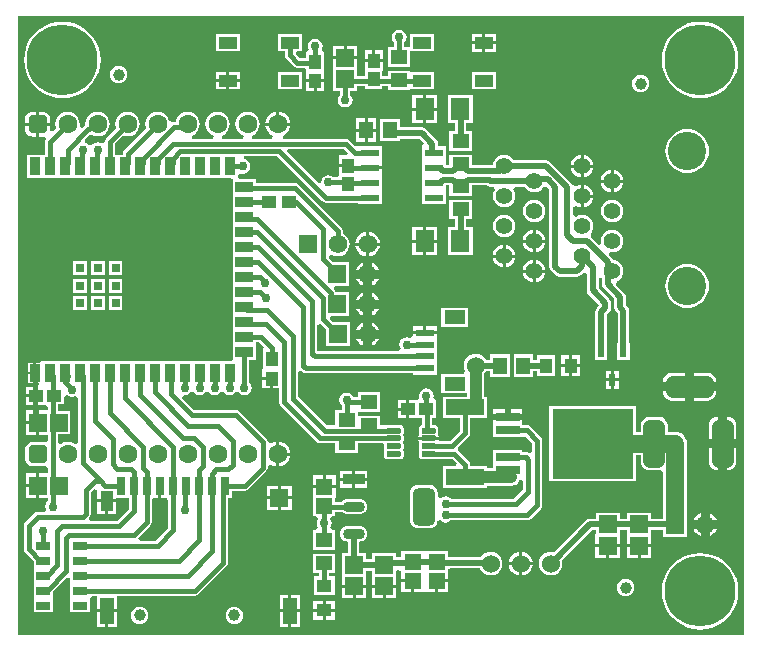
<source format=gtl>
G04*
G04 #@! TF.GenerationSoftware,Altium Limited,Altium Designer,24.8.2 (39)*
G04*
G04 Layer_Physical_Order=1*
G04 Layer_Color=255*
%FSLAX25Y25*%
%MOIN*%
G70*
G04*
G04 #@! TF.SameCoordinates,AA557069-6426-4FA0-AAFB-6E3012F5CD7C*
G04*
G04*
G04 #@! TF.FilePolarity,Positive*
G04*
G01*
G75*
%ADD20R,0.06127X0.05924*%
%ADD21R,0.27165X0.23425*%
%ADD22R,0.08071X0.02953*%
%ADD23R,0.07087X0.04724*%
%ADD24R,0.06102X0.02362*%
%ADD25R,0.04553X0.04182*%
%ADD26R,0.04182X0.04553*%
%ADD27R,0.05924X0.06127*%
%ADD28R,0.03543X0.05906*%
%ADD29R,0.05906X0.03543*%
%ADD30R,0.02800X0.02800*%
%ADD31R,0.04953X0.03985*%
%ADD32R,0.06313X0.07505*%
%ADD33R,0.03985X0.04953*%
%ADD34R,0.07321X0.03434*%
G04:AMPARAMS|DCode=35|XSize=73.21mil|YSize=34.34mil|CornerRadius=17.17mil|HoleSize=0mil|Usage=FLASHONLY|Rotation=0.000|XOffset=0mil|YOffset=0mil|HoleType=Round|Shape=RoundedRectangle|*
%AMROUNDEDRECTD35*
21,1,0.07321,0.00000,0,0,0.0*
21,1,0.03888,0.03434,0,0,0.0*
1,1,0.03434,0.01944,0.00000*
1,1,0.03434,-0.01944,0.00000*
1,1,0.03434,-0.01944,0.00000*
1,1,0.03434,0.01944,0.00000*
%
%ADD35ROUNDEDRECTD35*%
G04:AMPARAMS|DCode=36|XSize=73.21mil|YSize=124.89mil|CornerRadius=17.21mil|HoleSize=0mil|Usage=FLASHONLY|Rotation=0.000|XOffset=0mil|YOffset=0mil|HoleType=Round|Shape=RoundedRectangle|*
%AMROUNDEDRECTD36*
21,1,0.07321,0.09048,0,0,0.0*
21,1,0.03880,0.12489,0,0,0.0*
1,1,0.03441,0.01940,-0.04524*
1,1,0.03441,-0.01940,-0.04524*
1,1,0.03441,-0.01940,0.04524*
1,1,0.03441,0.01940,0.04524*
%
%ADD36ROUNDEDRECTD36*%
%ADD37R,0.05756X0.04757*%
%ADD38R,0.04757X0.05756*%
%ADD39R,0.04724X0.02559*%
%ADD40R,0.02756X0.06299*%
%ADD41R,0.04724X0.08661*%
%ADD42R,0.04224X0.06587*%
%ADD43R,0.06299X0.05906*%
%ADD44R,0.05709X0.04724*%
%ADD45R,0.06102X0.03937*%
G04:AMPARAMS|DCode=46|XSize=17.72mil|YSize=47.24mil|CornerRadius=1.95mil|HoleSize=0mil|Usage=FLASHONLY|Rotation=270.000|XOffset=0mil|YOffset=0mil|HoleType=Round|Shape=RoundedRectangle|*
%AMROUNDEDRECTD46*
21,1,0.01772,0.04335,0,0,270.0*
21,1,0.01382,0.04724,0,0,270.0*
1,1,0.00390,-0.02167,-0.00691*
1,1,0.00390,-0.02167,0.00691*
1,1,0.00390,0.02167,0.00691*
1,1,0.00390,0.02167,-0.00691*
%
%ADD46ROUNDEDRECTD46*%
%ADD47R,0.05733X0.05525*%
%ADD48R,0.05118X0.04331*%
%ADD49R,0.13024X0.05333*%
%ADD50R,0.04331X0.05118*%
%ADD51R,0.02362X0.03937*%
%ADD72C,0.06181*%
%ADD73R,0.06181X0.06181*%
%ADD82C,0.03937*%
%ADD83C,0.01500*%
%ADD84C,0.06000*%
%ADD85C,0.02000*%
%ADD86C,0.04000*%
%ADD87C,0.06299*%
G04:AMPARAMS|DCode=88|XSize=62.99mil|YSize=62.99mil|CornerRadius=15.75mil|HoleSize=0mil|Usage=FLASHONLY|Rotation=0.000|XOffset=0mil|YOffset=0mil|HoleType=Round|Shape=RoundedRectangle|*
%AMROUNDEDRECTD88*
21,1,0.06299,0.03150,0,0,0.0*
21,1,0.03150,0.06299,0,0,0.0*
1,1,0.03150,0.01575,-0.01575*
1,1,0.03150,-0.01575,-0.01575*
1,1,0.03150,-0.01575,0.01575*
1,1,0.03150,0.01575,0.01575*
%
%ADD88ROUNDEDRECTD88*%
%ADD89C,0.23622*%
%ADD90C,0.05543*%
%ADD91C,0.12795*%
%ADD92C,0.06000*%
G04:AMPARAMS|DCode=93|XSize=157.48mil|YSize=70.87mil|CornerRadius=17.72mil|HoleSize=0mil|Usage=FLASHONLY|Rotation=270.000|XOffset=0mil|YOffset=0mil|HoleType=Round|Shape=RoundedRectangle|*
%AMROUNDEDRECTD93*
21,1,0.15748,0.03543,0,0,270.0*
21,1,0.12205,0.07087,0,0,270.0*
1,1,0.03543,-0.01772,-0.06102*
1,1,0.03543,-0.01772,0.06102*
1,1,0.03543,0.01772,0.06102*
1,1,0.03543,0.01772,-0.06102*
%
%ADD93ROUNDEDRECTD93*%
G04:AMPARAMS|DCode=94|XSize=157.48mil|YSize=70.87mil|CornerRadius=17.72mil|HoleSize=0mil|Usage=FLASHONLY|Rotation=0.000|XOffset=0mil|YOffset=0mil|HoleType=Round|Shape=RoundedRectangle|*
%AMROUNDEDRECTD94*
21,1,0.15748,0.03543,0,0,0.0*
21,1,0.12205,0.07087,0,0,0.0*
1,1,0.03543,0.06102,-0.01772*
1,1,0.03543,-0.06102,-0.01772*
1,1,0.03543,-0.06102,0.01772*
1,1,0.03543,0.06102,0.01772*
%
%ADD94ROUNDEDRECTD94*%
%ADD95C,0.02000*%
%ADD96C,0.03000*%
G36*
X243075Y1020D02*
X1020D01*
Y207642D01*
X243075D01*
Y1020D01*
D02*
G37*
%LPC*%
G36*
X160220Y201567D02*
X156669D01*
Y199098D01*
X160220D01*
Y201567D01*
D02*
G37*
G36*
X155669D02*
X152118D01*
Y199098D01*
X155669D01*
Y201567D01*
D02*
G37*
G36*
X74782Y201467D02*
X66880D01*
Y195730D01*
X74782D01*
Y201467D01*
D02*
G37*
G36*
X160220Y198098D02*
X156669D01*
Y195630D01*
X160220D01*
Y198098D01*
D02*
G37*
G36*
X155669D02*
X152118D01*
Y195630D01*
X155669D01*
Y198098D01*
D02*
G37*
G36*
X114063Y197508D02*
X110500D01*
Y194046D01*
X114063D01*
Y197508D01*
D02*
G37*
G36*
X109500D02*
X105937D01*
Y194046D01*
X109500D01*
Y197508D01*
D02*
G37*
G36*
X122492Y196036D02*
X120000D01*
Y193059D01*
X122492D01*
Y196036D01*
D02*
G37*
G36*
X119000D02*
X116508D01*
Y193059D01*
X119000D01*
Y196036D01*
D02*
G37*
G36*
X128000Y202947D02*
X127064Y202761D01*
X126270Y202230D01*
X125739Y201436D01*
X125553Y200500D01*
X125739Y199564D01*
X126270Y198770D01*
X126318Y198738D01*
Y197199D01*
X124246D01*
Y190675D01*
X131754D01*
Y195730D01*
X139451D01*
Y201467D01*
X131549D01*
Y197199D01*
X129682D01*
Y198738D01*
X129730Y198770D01*
X130261Y199564D01*
X130447Y200500D01*
X130261Y201436D01*
X129730Y202230D01*
X128936Y202761D01*
X128000Y202947D01*
D02*
G37*
G36*
X74882Y188969D02*
X71331D01*
Y186500D01*
X74882D01*
Y188969D01*
D02*
G37*
G36*
X70331D02*
X66780D01*
Y186500D01*
X70331D01*
Y188969D01*
D02*
G37*
G36*
X95451Y201467D02*
X87549D01*
Y195730D01*
X89818D01*
Y194441D01*
X89946Y193797D01*
X90310Y193251D01*
X92810Y190751D01*
X92810Y190751D01*
X93356Y190387D01*
X94000Y190259D01*
X96624D01*
X97008Y189418D01*
Y186441D01*
X100000D01*
X102992D01*
Y189418D01*
X102892D01*
Y195436D01*
X102710D01*
X102175Y196436D01*
X102261Y196564D01*
X102447Y197500D01*
X102261Y198436D01*
X101730Y199230D01*
X100936Y199761D01*
X100000Y199947D01*
X99064Y199761D01*
X98270Y199230D01*
X97739Y198436D01*
X97553Y197500D01*
X97739Y196564D01*
X97825Y196436D01*
X97290Y195436D01*
X97108D01*
Y193623D01*
X94697D01*
X93590Y194730D01*
X94004Y195730D01*
X95451D01*
Y201467D01*
D02*
G37*
G36*
X34500Y190893D02*
X33751Y190795D01*
X33053Y190506D01*
X32454Y190046D01*
X31994Y189447D01*
X31705Y188749D01*
X31607Y188000D01*
X31705Y187251D01*
X31994Y186553D01*
X32454Y185954D01*
X33053Y185494D01*
X33751Y185205D01*
X34500Y185107D01*
X35249Y185205D01*
X35947Y185494D01*
X36546Y185954D01*
X37006Y186553D01*
X37295Y187251D01*
X37393Y188000D01*
X37295Y188749D01*
X37006Y189447D01*
X36546Y190046D01*
X35947Y190506D01*
X35249Y190795D01*
X34500Y190893D01*
D02*
G37*
G36*
X160120Y188868D02*
X152218D01*
Y183132D01*
X160120D01*
Y188868D01*
D02*
G37*
G36*
X95451D02*
X87549D01*
Y183132D01*
X95451D01*
Y188868D01*
D02*
G37*
G36*
X74882Y185500D02*
X71331D01*
Y183031D01*
X74882D01*
Y185500D01*
D02*
G37*
G36*
X70331D02*
X66780D01*
Y183031D01*
X70331D01*
Y185500D01*
D02*
G37*
G36*
X114063Y193046D02*
X110000D01*
X105937D01*
Y189584D01*
X106037D01*
Y182592D01*
X108318D01*
Y181262D01*
X108270Y181230D01*
X107739Y180436D01*
X107553Y179500D01*
X107739Y178564D01*
X108270Y177770D01*
X109064Y177239D01*
X110000Y177053D01*
X110936Y177239D01*
X111730Y177770D01*
X112261Y178564D01*
X112447Y179500D01*
X112261Y180436D01*
X111730Y181230D01*
X111682Y181262D01*
Y182592D01*
X113963D01*
Y184318D01*
X116608D01*
Y183064D01*
X122392D01*
Y184318D01*
X124246D01*
Y182801D01*
X131754D01*
Y183132D01*
X139451D01*
Y188868D01*
X131754D01*
Y189325D01*
X124246D01*
Y187682D01*
X122392D01*
Y189082D01*
X122492D01*
Y192059D01*
X119500D01*
X116508D01*
Y189082D01*
X116608D01*
Y187682D01*
X113963D01*
Y189584D01*
X114063D01*
Y193046D01*
D02*
G37*
G36*
X102992Y185441D02*
X100500D01*
Y182464D01*
X102992D01*
Y185441D01*
D02*
G37*
G36*
X99500D02*
X97008D01*
Y182464D01*
X99500D01*
Y185441D01*
D02*
G37*
G36*
X208500Y187893D02*
X207751Y187795D01*
X207053Y187506D01*
X206454Y187046D01*
X205994Y186447D01*
X205705Y185749D01*
X205607Y185000D01*
X205705Y184251D01*
X205994Y183553D01*
X206454Y182954D01*
X207053Y182494D01*
X207751Y182205D01*
X208500Y182107D01*
X209249Y182205D01*
X209947Y182494D01*
X210546Y182954D01*
X211006Y183553D01*
X211295Y184251D01*
X211393Y185000D01*
X211295Y185749D01*
X211006Y186447D01*
X210546Y187046D01*
X209947Y187506D01*
X209249Y187795D01*
X208500Y187893D01*
D02*
G37*
G36*
X228346Y205664D02*
X226352Y205507D01*
X224406Y205040D01*
X222558Y204274D01*
X220852Y203229D01*
X219331Y201929D01*
X218031Y200408D01*
X216986Y198702D01*
X216220Y196853D01*
X215753Y194908D01*
X215596Y192913D01*
X215753Y190919D01*
X216220Y188973D01*
X216986Y187125D01*
X218031Y185419D01*
X219331Y183898D01*
X220852Y182598D01*
X222558Y181553D01*
X224406Y180787D01*
X226352Y180320D01*
X228346Y180163D01*
X230341Y180320D01*
X232287Y180787D01*
X234135Y181553D01*
X235841Y182598D01*
X237362Y183898D01*
X238662Y185419D01*
X239707Y187125D01*
X240473Y188973D01*
X240940Y190919D01*
X241097Y192913D01*
X240940Y194908D01*
X240473Y196853D01*
X239707Y198702D01*
X238662Y200408D01*
X237362Y201929D01*
X235841Y203229D01*
X234135Y204274D01*
X232287Y205040D01*
X230341Y205507D01*
X228346Y205664D01*
D02*
G37*
G36*
X15748D02*
X13753Y205507D01*
X11808Y205040D01*
X9960Y204274D01*
X8254Y203229D01*
X6732Y201929D01*
X5433Y200408D01*
X4387Y198702D01*
X3622Y196853D01*
X3155Y194908D01*
X2998Y192913D01*
X3155Y190919D01*
X3622Y188973D01*
X4387Y187125D01*
X5433Y185419D01*
X6732Y183898D01*
X8254Y182598D01*
X9960Y181553D01*
X11808Y180787D01*
X13753Y180320D01*
X15748Y180163D01*
X17743Y180320D01*
X19688Y180787D01*
X21536Y181553D01*
X23243Y182598D01*
X24764Y183898D01*
X26063Y185419D01*
X27109Y187125D01*
X27874Y188973D01*
X28341Y190919D01*
X28498Y192913D01*
X28341Y194908D01*
X27874Y196853D01*
X27109Y198702D01*
X26063Y200408D01*
X24764Y201929D01*
X23243Y203229D01*
X21536Y204274D01*
X19688Y205040D01*
X17743Y205507D01*
X15748Y205664D01*
D02*
G37*
G36*
X140750Y181252D02*
X137093D01*
Y177000D01*
X140750D01*
Y181252D01*
D02*
G37*
G36*
X136093D02*
X132437D01*
Y177000D01*
X136093D01*
Y181252D01*
D02*
G37*
G36*
X88000Y175620D02*
Y172000D01*
X91620D01*
X91543Y172583D01*
X91125Y173593D01*
X90460Y174460D01*
X89593Y175125D01*
X88583Y175543D01*
X88000Y175620D01*
D02*
G37*
G36*
X87000D02*
X86417Y175543D01*
X85407Y175125D01*
X84540Y174460D01*
X83875Y173593D01*
X83457Y172583D01*
X83380Y172000D01*
X87000D01*
Y175620D01*
D02*
G37*
G36*
X9075Y175672D02*
X8000D01*
Y172000D01*
X11672D01*
Y173075D01*
X11583Y173747D01*
X11324Y174373D01*
X10911Y174911D01*
X10373Y175324D01*
X9747Y175583D01*
X9075Y175672D01*
D02*
G37*
G36*
X7000D02*
X5925D01*
X5253Y175583D01*
X4627Y175324D01*
X4089Y174911D01*
X3676Y174373D01*
X3417Y173747D01*
X3328Y173075D01*
Y172000D01*
X7000D01*
Y175672D01*
D02*
G37*
G36*
X140750Y176000D02*
X137093D01*
Y171748D01*
X140750D01*
Y176000D01*
D02*
G37*
G36*
X136093D02*
X132437D01*
Y171748D01*
X136093D01*
Y176000D01*
D02*
G37*
G36*
X120433Y173378D02*
X117555D01*
Y170000D01*
X120433D01*
Y173378D01*
D02*
G37*
G36*
X116555D02*
X113677D01*
Y170000D01*
X116555D01*
Y173378D01*
D02*
G37*
G36*
X7000Y171000D02*
X3328D01*
Y169925D01*
X3417Y169253D01*
X3676Y168627D01*
X4089Y168089D01*
X4627Y167676D01*
X5253Y167417D01*
X5925Y167328D01*
X7000D01*
Y171000D01*
D02*
G37*
G36*
X77500Y175584D02*
X76443Y175445D01*
X75458Y175037D01*
X74612Y174388D01*
X73963Y173542D01*
X73555Y172557D01*
X73415Y171500D01*
X73555Y170443D01*
X73963Y169458D01*
X74612Y168612D01*
X75458Y167963D01*
X76135Y167682D01*
X75936Y166682D01*
X69064D01*
X68865Y167682D01*
X69542Y167963D01*
X70388Y168612D01*
X71037Y169458D01*
X71445Y170443D01*
X71584Y171500D01*
X71445Y172557D01*
X71037Y173542D01*
X70388Y174388D01*
X69542Y175037D01*
X68557Y175445D01*
X67500Y175584D01*
X66443Y175445D01*
X65458Y175037D01*
X64612Y174388D01*
X63963Y173542D01*
X63555Y172557D01*
X63415Y171500D01*
X63555Y170443D01*
X63963Y169458D01*
X64612Y168612D01*
X65458Y167963D01*
X66135Y167682D01*
X65936Y166682D01*
X59064D01*
X58865Y167682D01*
X59542Y167963D01*
X60388Y168612D01*
X61037Y169458D01*
X61445Y170443D01*
X61585Y171500D01*
X61445Y172557D01*
X61037Y173542D01*
X60388Y174388D01*
X59542Y175037D01*
X58557Y175445D01*
X57500Y175584D01*
X56443Y175445D01*
X55458Y175037D01*
X54612Y174388D01*
X53963Y173542D01*
X53555Y172557D01*
X53516Y172264D01*
X53082D01*
X52508Y172150D01*
X52405Y172150D01*
X51533Y172520D01*
X51407Y172650D01*
X51037Y173542D01*
X50388Y174388D01*
X49542Y175037D01*
X48557Y175445D01*
X47500Y175584D01*
X46443Y175445D01*
X45458Y175037D01*
X44612Y174388D01*
X43963Y173542D01*
X43555Y172557D01*
X43415Y171500D01*
X43555Y170443D01*
X43704Y170083D01*
X36312Y162692D01*
X35948Y162146D01*
X35820Y161502D01*
Y161302D01*
X33163D01*
Y164784D01*
X36083Y167704D01*
X36443Y167555D01*
X37500Y167415D01*
X38557Y167555D01*
X39542Y167963D01*
X40388Y168612D01*
X41037Y169458D01*
X41445Y170443D01*
X41585Y171500D01*
X41445Y172557D01*
X41037Y173542D01*
X40388Y174388D01*
X39542Y175037D01*
X38557Y175445D01*
X37500Y175584D01*
X36443Y175445D01*
X35458Y175037D01*
X34612Y174388D01*
X33963Y173542D01*
X33555Y172557D01*
X33415Y171500D01*
X33555Y170443D01*
X33704Y170083D01*
X30291Y166670D01*
X29926Y166124D01*
X29798Y165480D01*
X28798Y165019D01*
X28436Y165261D01*
X27500Y165447D01*
X26564Y165261D01*
X25770Y164730D01*
X25596Y164471D01*
X24404D01*
X24230Y164730D01*
X23507Y165214D01*
X23424Y165317D01*
X23205Y166326D01*
X25109Y168230D01*
X25458Y167963D01*
X26443Y167555D01*
X27500Y167415D01*
X28557Y167555D01*
X29542Y167963D01*
X30388Y168612D01*
X31037Y169458D01*
X31445Y170443D01*
X31585Y171500D01*
X31445Y172557D01*
X31037Y173542D01*
X30388Y174388D01*
X29542Y175037D01*
X28557Y175445D01*
X27500Y175584D01*
X26443Y175445D01*
X25458Y175037D01*
X24612Y174388D01*
X23963Y173542D01*
X23555Y172557D01*
X23415Y171500D01*
X23447Y171258D01*
X23242Y171122D01*
X22437Y170317D01*
X21490Y170784D01*
X21585Y171500D01*
X21445Y172557D01*
X21037Y173542D01*
X20388Y174388D01*
X19542Y175037D01*
X18557Y175445D01*
X17500Y175584D01*
X16443Y175445D01*
X15458Y175037D01*
X14612Y174388D01*
X13963Y173542D01*
X13555Y172557D01*
X13416Y171500D01*
X13555Y170443D01*
X13704Y170083D01*
X12507Y168886D01*
X11897Y169129D01*
X11602Y169395D01*
X11672Y169925D01*
Y171000D01*
X8000D01*
Y167328D01*
X9075D01*
X9605Y167398D01*
X9921Y167062D01*
X10189Y166517D01*
X9926Y166124D01*
X9798Y165480D01*
Y161302D01*
X3809D01*
Y153596D01*
X71725D01*
X72549Y153172D01*
X72549Y152596D01*
Y147828D01*
Y142828D01*
Y137828D01*
Y132828D01*
Y127828D01*
Y122828D01*
Y117828D01*
Y112828D01*
Y107828D01*
Y102828D01*
Y97828D01*
Y93404D01*
X72549Y92828D01*
X71725Y92404D01*
X9445D01*
X8809Y92404D01*
X8016Y91904D01*
X6880D01*
Y88551D01*
Y85198D01*
X7894D01*
X8056Y84991D01*
X7981Y84682D01*
X7441Y84152D01*
Y81000D01*
Y78008D01*
X10418D01*
X10818Y77173D01*
Y76063D01*
X7954D01*
Y72000D01*
Y67937D01*
X10818D01*
Y65998D01*
X9818Y65450D01*
X9075Y65598D01*
X5925D01*
X4960Y65406D01*
X4141Y64859D01*
X3594Y64040D01*
X3402Y63075D01*
Y59925D01*
X3594Y58960D01*
X4141Y58141D01*
X4960Y57594D01*
X5925Y57402D01*
X9075D01*
X9818Y57550D01*
X10818Y57002D01*
Y55063D01*
X7954D01*
Y51000D01*
Y46937D01*
X10818D01*
Y45762D01*
X10770Y45730D01*
X10239Y44936D01*
X10053Y44000D01*
X10216Y43182D01*
X10143Y42926D01*
X9625Y42182D01*
X7500D01*
X6856Y42054D01*
X6310Y41690D01*
X3339Y38718D01*
X2974Y38173D01*
X2847Y37529D01*
Y29786D01*
X2974Y29142D01*
X3339Y28597D01*
X6135Y25800D01*
Y23821D01*
X6135Y23821D01*
Y23179D01*
X6135D01*
X6135Y22820D01*
Y18821D01*
X6135D01*
Y18180D01*
X6135D01*
Y14179D01*
X6135Y13180D01*
X6135Y12821D01*
Y8821D01*
X12660D01*
Y12821D01*
X12660Y13821D01*
X12660Y14179D01*
Y15800D01*
X17340Y20481D01*
X18340Y20066D01*
Y18821D01*
X18340D01*
Y18180D01*
X18340D01*
Y14179D01*
X18340Y13180D01*
X18340Y12821D01*
Y8821D01*
X24865D01*
X24865Y13611D01*
X25572Y14318D01*
X27126D01*
Y9780D01*
X33850D01*
Y14318D01*
X60000D01*
X60644Y14446D01*
X61190Y14810D01*
X70420Y24041D01*
X70784Y24586D01*
X70913Y25230D01*
Y46962D01*
X72136D01*
Y49330D01*
X76512D01*
X77156Y49457D01*
X77701Y49822D01*
X83690Y55810D01*
X83690Y55810D01*
X84054Y56356D01*
X84182Y57000D01*
Y57555D01*
X85182Y58048D01*
X85407Y57875D01*
X86417Y57457D01*
X87000Y57380D01*
Y61500D01*
Y65620D01*
X86417Y65543D01*
X85407Y65125D01*
X85182Y64952D01*
X84182Y65445D01*
Y65500D01*
X84054Y66144D01*
X83690Y66690D01*
X74690Y75690D01*
X74144Y76054D01*
X73500Y76182D01*
X59697D01*
X55664Y80216D01*
X56156Y81137D01*
X56480Y81073D01*
X57417Y81259D01*
X58211Y81789D01*
X58384Y82049D01*
X59577D01*
X59750Y81789D01*
X60544Y81259D01*
X61480Y81073D01*
X62417Y81259D01*
X63211Y81789D01*
X63384Y82049D01*
X64577D01*
X64750Y81789D01*
X65544Y81259D01*
X66480Y81073D01*
X67417Y81259D01*
X68211Y81789D01*
X68384Y82049D01*
X69577D01*
X69750Y81789D01*
X70544Y81259D01*
X71480Y81073D01*
X72417Y81259D01*
X73211Y81789D01*
X73366Y82022D01*
X74569D01*
X74671Y81868D01*
X75465Y81338D01*
X76402Y81151D01*
X77338Y81338D01*
X78132Y81868D01*
X78662Y82662D01*
X78849Y83598D01*
X78662Y84535D01*
X78132Y85329D01*
X78084Y85361D01*
Y92828D01*
X80254D01*
Y98818D01*
X81303D01*
X82827Y97294D01*
X82509Y96526D01*
X82509D01*
Y90173D01*
X82509Y90173D01*
X82409Y89927D01*
X82409D01*
X82409Y89215D01*
Y87150D01*
X85500D01*
Y86650D01*
X86000D01*
Y83374D01*
X87818D01*
Y79000D01*
X87946Y78356D01*
X88310Y77810D01*
X100531Y65590D01*
X101077Y65225D01*
X101720Y65097D01*
X106746D01*
Y61864D01*
X114254D01*
Y65097D01*
X122757D01*
X122909Y64911D01*
Y63529D01*
X122994Y63102D01*
X123102Y62941D01*
X122994Y62779D01*
X122909Y62352D01*
Y60970D01*
X122994Y60543D01*
X123236Y60181D01*
X123599Y59939D01*
X124026Y59854D01*
X128360D01*
X128788Y59939D01*
X129150Y60181D01*
X129392Y60543D01*
X129477Y60970D01*
Y62352D01*
X129392Y62779D01*
X129284Y62941D01*
X129392Y63102D01*
X129477Y63529D01*
Y64911D01*
X129392Y65338D01*
X129284Y65500D01*
X129392Y65662D01*
X129477Y66089D01*
Y67471D01*
X129392Y67898D01*
X129284Y68059D01*
X129392Y68221D01*
X129477Y68648D01*
Y70029D01*
X129392Y70457D01*
X129150Y70819D01*
X128788Y71061D01*
X128360Y71146D01*
X124026D01*
X123599Y71061D01*
X123539Y71021D01*
X121754D01*
Y74325D01*
X114254D01*
Y75675D01*
X121754D01*
Y82199D01*
X114246D01*
Y80619D01*
X112638D01*
X112230Y81230D01*
X111436Y81761D01*
X110500Y81947D01*
X109564Y81761D01*
X108770Y81230D01*
X108239Y80436D01*
X108053Y79500D01*
X108239Y78564D01*
X108770Y77770D01*
X108818Y77738D01*
Y76262D01*
X106746D01*
Y71021D01*
X103858D01*
X94182Y80697D01*
Y88998D01*
X95182Y89412D01*
X95689Y88905D01*
X96235Y88540D01*
X96879Y88412D01*
X132561D01*
Y88013D01*
X140463D01*
Y91950D01*
Y95887D01*
Y99724D01*
X140563D01*
Y101406D01*
X136512D01*
X132461D01*
Y100779D01*
X131461Y100245D01*
X131436Y100261D01*
X130500Y100447D01*
X129564Y100261D01*
X128770Y99730D01*
X128239Y98936D01*
X128053Y98000D01*
X128239Y97064D01*
X128473Y96714D01*
X127939Y95714D01*
X100682D01*
Y104524D01*
X101682Y104938D01*
X103509Y103111D01*
Y97509D01*
X111491D01*
Y105491D01*
X105889D01*
X104870Y106509D01*
X105284Y107509D01*
X111431D01*
Y115491D01*
X106812D01*
X106714Y115984D01*
X106363Y116509D01*
X106443Y116946D01*
X106676Y117509D01*
X111431D01*
Y125491D01*
X105829D01*
X104471Y126848D01*
X104548Y127499D01*
X105211Y127863D01*
X105556Y127986D01*
X106458Y127612D01*
X107500Y127475D01*
X108542Y127612D01*
X109512Y128014D01*
X110346Y128654D01*
X110986Y129488D01*
X111388Y130458D01*
X111525Y131500D01*
X111388Y132542D01*
X110986Y133512D01*
X110346Y134346D01*
X109512Y134986D01*
X109182Y135123D01*
Y136000D01*
X109054Y136644D01*
X108690Y137190D01*
X108690Y137190D01*
X94415Y151464D01*
X93870Y151829D01*
X93226Y151957D01*
X80254D01*
Y153172D01*
X74976D01*
X74152Y153596D01*
X74152Y154560D01*
X74779Y155018D01*
X75152Y155160D01*
X75949Y155002D01*
X76885Y155188D01*
X77679Y155719D01*
X78210Y156512D01*
X78396Y157449D01*
X78210Y158385D01*
X77679Y159179D01*
X76885Y159710D01*
X76511Y159784D01*
X76342Y159818D01*
X76440Y160817D01*
X76462Y160818D01*
X87303D01*
X102310Y145810D01*
X102856Y145446D01*
X103500Y145318D01*
X114419D01*
Y144919D01*
X122321D01*
Y149081D01*
X122321D01*
Y149919D01*
X122321D01*
Y153860D01*
X122421Y154819D01*
X122421Y155040D01*
Y156500D01*
X118370D01*
Y157500D01*
X122421D01*
Y158960D01*
X122421Y159181D01*
X122321Y160140D01*
Y164081D01*
X114419D01*
Y164081D01*
X113426Y164099D01*
X111335Y166190D01*
X110789Y166554D01*
X110145Y166682D01*
X89326D01*
X89127Y167682D01*
X89593Y167875D01*
X90460Y168541D01*
X91125Y169407D01*
X91543Y170417D01*
X91620Y171000D01*
X83380D01*
X83457Y170417D01*
X83875Y169407D01*
X84540Y168541D01*
X85407Y167875D01*
X85873Y167682D01*
X85674Y166682D01*
X79064D01*
X78865Y167682D01*
X79542Y167963D01*
X80388Y168612D01*
X81037Y169458D01*
X81445Y170443D01*
X81585Y171500D01*
X81445Y172557D01*
X81037Y173542D01*
X80388Y174388D01*
X79542Y175037D01*
X78557Y175445D01*
X77500Y175584D01*
D02*
G37*
G36*
X120433Y169000D02*
X117555D01*
Y165622D01*
X120433D01*
Y169000D01*
D02*
G37*
G36*
X116555D02*
X113677D01*
Y165622D01*
X116555D01*
Y169000D01*
D02*
G37*
G36*
X152463Y181152D02*
X144351D01*
Y171848D01*
X146563D01*
Y169223D01*
X144722D01*
Y162667D01*
X152278D01*
Y169223D01*
X150437D01*
Y171848D01*
X152463D01*
Y181152D01*
D02*
G37*
G36*
X189500Y161238D02*
Y158000D01*
X192738D01*
X192675Y158485D01*
X192295Y159402D01*
X191690Y160190D01*
X190902Y160794D01*
X189985Y161175D01*
X189500Y161238D01*
D02*
G37*
G36*
X188500D02*
X188015Y161175D01*
X187098Y160794D01*
X186310Y160190D01*
X185705Y159402D01*
X185325Y158485D01*
X185262Y158000D01*
X188500D01*
Y161238D01*
D02*
G37*
G36*
X224000Y169833D02*
X222569Y169692D01*
X221194Y169275D01*
X219926Y168597D01*
X218815Y167685D01*
X217903Y166574D01*
X217225Y165306D01*
X216808Y163931D01*
X216667Y162500D01*
X216808Y161069D01*
X217225Y159694D01*
X217903Y158426D01*
X218815Y157315D01*
X219926Y156403D01*
X221194Y155725D01*
X222569Y155308D01*
X224000Y155167D01*
X225431Y155308D01*
X226806Y155725D01*
X228074Y156403D01*
X229185Y157315D01*
X230097Y158426D01*
X230775Y159694D01*
X231192Y161069D01*
X231333Y162500D01*
X231192Y163931D01*
X230775Y165306D01*
X230097Y166574D01*
X229185Y167685D01*
X228074Y168597D01*
X226806Y169275D01*
X225431Y169692D01*
X224000Y169833D01*
D02*
G37*
G36*
X192738Y157000D02*
X189500D01*
Y153762D01*
X189985Y153825D01*
X190902Y154206D01*
X191690Y154810D01*
X192295Y155598D01*
X192675Y156515D01*
X192738Y157000D01*
D02*
G37*
G36*
X188500D02*
X185262D01*
X185325Y156515D01*
X185705Y155598D01*
X186310Y154810D01*
X187098Y154206D01*
X188015Y153825D01*
X188500Y153762D01*
Y157000D01*
D02*
G37*
G36*
X199500Y156238D02*
Y153000D01*
X202738D01*
X202675Y153485D01*
X202294Y154402D01*
X201690Y155190D01*
X200902Y155795D01*
X199985Y156175D01*
X199500Y156238D01*
D02*
G37*
G36*
X198500D02*
X198015Y156175D01*
X197098Y155795D01*
X196310Y155190D01*
X195705Y154402D01*
X195325Y153485D01*
X195262Y153000D01*
X198500D01*
Y156238D01*
D02*
G37*
G36*
X202738Y152000D02*
X199500D01*
Y148762D01*
X199985Y148825D01*
X200902Y149206D01*
X201690Y149810D01*
X202294Y150598D01*
X202675Y151515D01*
X202738Y152000D01*
D02*
G37*
G36*
X198500D02*
X195262D01*
X195325Y151515D01*
X195705Y150598D01*
X196310Y149810D01*
X197098Y149206D01*
X198015Y148825D01*
X198500Y148762D01*
Y152000D01*
D02*
G37*
G36*
X189500Y151238D02*
Y148000D01*
X192738D01*
X192675Y148485D01*
X192295Y149402D01*
X191690Y150190D01*
X190902Y150794D01*
X189985Y151175D01*
X189500Y151238D01*
D02*
G37*
G36*
X192738Y147000D02*
X189500D01*
Y143762D01*
X189985Y143825D01*
X190902Y144205D01*
X191690Y144810D01*
X192295Y145598D01*
X192675Y146515D01*
X192738Y147000D01*
D02*
G37*
G36*
X128223Y173278D02*
X121667D01*
Y165722D01*
X128223D01*
Y166563D01*
X134698D01*
X136179Y165081D01*
X135765Y164081D01*
X135679D01*
Y160081D01*
X135679Y159919D01*
Y159081D01*
X135679Y158919D01*
Y154919D01*
X135679D01*
Y154081D01*
X135679D01*
Y150081D01*
X135679Y149919D01*
Y149081D01*
X135679Y148919D01*
Y144919D01*
X143581D01*
Y148919D01*
X143581Y149081D01*
Y149919D01*
X143581Y150063D01*
X143625Y151063D01*
X144722D01*
Y147667D01*
X152278D01*
Y151063D01*
X157231D01*
X157759Y150710D01*
X158500Y150563D01*
X159477D01*
X159971Y149563D01*
X159809Y149352D01*
X159439Y148459D01*
X159312Y147500D01*
X159439Y146542D01*
X159809Y145648D01*
X160397Y144881D01*
X161164Y144293D01*
X162057Y143923D01*
X163016Y143797D01*
X163974Y143923D01*
X164867Y144293D01*
X165634Y144881D01*
X166223Y145648D01*
X166593Y146542D01*
X166719Y147500D01*
X166593Y148459D01*
X166223Y149352D01*
X166061Y149563D01*
X166554Y150563D01*
X169874D01*
X170397Y149881D01*
X171164Y149293D01*
X172057Y148923D01*
X173016Y148797D01*
X173974Y148923D01*
X174867Y149293D01*
X175634Y149881D01*
X176086Y150470D01*
X176810Y150644D01*
X177302Y150640D01*
X178063Y149879D01*
Y124000D01*
X178210Y123259D01*
X178630Y122630D01*
X180130Y121130D01*
X180759Y120710D01*
X181500Y120563D01*
X187328D01*
X188070Y120710D01*
X188698Y121130D01*
X189615Y122047D01*
X190615Y121633D01*
Y116021D01*
X190763Y115279D01*
X191182Y114651D01*
X194763Y111071D01*
Y111019D01*
X193890Y110145D01*
X193470Y109517D01*
X193323Y108776D01*
Y98593D01*
X193179D01*
Y92856D01*
X197341D01*
Y98593D01*
X197197D01*
Y107973D01*
X198070Y108846D01*
X198490Y109475D01*
X198637Y110216D01*
Y111873D01*
X198490Y112614D01*
X198070Y113243D01*
X194490Y116823D01*
Y120205D01*
X195490Y120651D01*
X195597Y120554D01*
Y118085D01*
X195745Y117343D01*
X196165Y116715D01*
X199745Y113134D01*
Y110375D01*
X199893Y109633D01*
X200313Y109005D01*
X200803Y108515D01*
Y98593D01*
X200659D01*
Y92856D01*
X204821D01*
Y98593D01*
X204677D01*
Y109317D01*
X204530Y110058D01*
X204110Y110687D01*
X203620Y111177D01*
Y113937D01*
X203472Y114678D01*
X203052Y115306D01*
X200354Y118004D01*
X200589Y119184D01*
X200852Y119293D01*
X201619Y119881D01*
X202207Y120648D01*
X202577Y121542D01*
X202703Y122500D01*
X202577Y123459D01*
X202207Y124352D01*
X201619Y125119D01*
X200852Y125707D01*
X199959Y126077D01*
X199334Y126159D01*
X199324Y126207D01*
X198905Y126835D01*
X197741Y127999D01*
X197844Y128317D01*
X198260Y128894D01*
X199000Y128797D01*
X199959Y128923D01*
X200852Y129293D01*
X201619Y129881D01*
X202207Y130648D01*
X202577Y131542D01*
X202703Y132500D01*
X202577Y133458D01*
X202207Y134352D01*
X201619Y135119D01*
X200852Y135707D01*
X199959Y136077D01*
X199000Y136203D01*
X198041Y136077D01*
X197148Y135707D01*
X196381Y135119D01*
X195793Y134352D01*
X195423Y133458D01*
X195297Y132500D01*
X195394Y131760D01*
X194817Y131344D01*
X194499Y131241D01*
X191902Y133838D01*
X191866Y133884D01*
X191798Y134158D01*
X191801Y135119D01*
X192207Y135648D01*
X192577Y136541D01*
X192703Y137500D01*
X192577Y138459D01*
X192207Y139352D01*
X191619Y140119D01*
X190852Y140707D01*
X189959Y141077D01*
X189000Y141203D01*
X188041Y141077D01*
X187148Y140707D01*
X186937Y140545D01*
X185937Y141038D01*
Y143836D01*
X186937Y144329D01*
X187098Y144205D01*
X188015Y143825D01*
X188500Y143762D01*
Y147500D01*
Y151238D01*
X188015Y151175D01*
X187098Y150794D01*
X186909Y150649D01*
X185823Y151076D01*
X185790Y151241D01*
X185370Y151870D01*
X178370Y158870D01*
X177741Y159290D01*
X177000Y159437D01*
X166157D01*
X165634Y160119D01*
X164867Y160707D01*
X163974Y161077D01*
X163016Y161203D01*
X162057Y161077D01*
X161164Y160707D01*
X160397Y160119D01*
X159809Y159352D01*
X159439Y158458D01*
X159370Y157937D01*
X152278D01*
Y161333D01*
X144722D01*
Y157937D01*
X143625D01*
X143581Y158937D01*
X143581Y159081D01*
Y159919D01*
X143581Y160081D01*
Y164081D01*
X140928D01*
Y165009D01*
X140780Y165751D01*
X140360Y166379D01*
X136870Y169870D01*
X136241Y170290D01*
X135500Y170437D01*
X128223D01*
Y173278D01*
D02*
G37*
G36*
X199000Y146203D02*
X198041Y146077D01*
X197148Y145707D01*
X196381Y145119D01*
X195793Y144352D01*
X195423Y143458D01*
X195297Y142500D01*
X195423Y141542D01*
X195793Y140648D01*
X196381Y139881D01*
X197148Y139293D01*
X198041Y138923D01*
X199000Y138797D01*
X199959Y138923D01*
X200852Y139293D01*
X201619Y139881D01*
X202207Y140648D01*
X202577Y141542D01*
X202703Y142500D01*
X202577Y143458D01*
X202207Y144352D01*
X201619Y145119D01*
X200852Y145707D01*
X199959Y146077D01*
X199000Y146203D01*
D02*
G37*
G36*
X173016D02*
X172057Y146077D01*
X171164Y145707D01*
X170397Y145119D01*
X169809Y144352D01*
X169439Y143458D01*
X169312Y142500D01*
X169439Y141542D01*
X169809Y140648D01*
X170397Y139881D01*
X171164Y139293D01*
X172057Y138923D01*
X173016Y138797D01*
X173974Y138923D01*
X174867Y139293D01*
X175634Y139881D01*
X176223Y140648D01*
X176593Y141542D01*
X176719Y142500D01*
X176593Y143458D01*
X176223Y144352D01*
X175634Y145119D01*
X174867Y145707D01*
X173974Y146077D01*
X173016Y146203D01*
D02*
G37*
G36*
X163016Y141203D02*
X162057Y141077D01*
X161164Y140707D01*
X160397Y140119D01*
X159809Y139352D01*
X159439Y138459D01*
X159312Y137500D01*
X159439Y136541D01*
X159809Y135648D01*
X160397Y134881D01*
X161164Y134293D01*
X162057Y133923D01*
X163016Y133797D01*
X163974Y133923D01*
X164867Y134293D01*
X165634Y134881D01*
X166223Y135648D01*
X166593Y136541D01*
X166719Y137500D01*
X166593Y138459D01*
X166223Y139352D01*
X165634Y140119D01*
X164867Y140707D01*
X163974Y141077D01*
X163016Y141203D01*
D02*
G37*
G36*
X140749Y137252D02*
X137093D01*
Y133000D01*
X140749D01*
Y137252D01*
D02*
G37*
G36*
X136093D02*
X132437D01*
Y133000D01*
X136093D01*
Y137252D01*
D02*
G37*
G36*
X173516Y136238D02*
Y133000D01*
X176754D01*
X176690Y133485D01*
X176310Y134402D01*
X175706Y135190D01*
X174918Y135794D01*
X174000Y136175D01*
X173516Y136238D01*
D02*
G37*
G36*
X172516D02*
X172031Y136175D01*
X171114Y135794D01*
X170326Y135190D01*
X169721Y134402D01*
X169341Y133485D01*
X169277Y133000D01*
X172516D01*
Y136238D01*
D02*
G37*
G36*
X118000Y135560D02*
Y132000D01*
X121560D01*
X121485Y132568D01*
X121073Y133563D01*
X120417Y134417D01*
X119563Y135073D01*
X118568Y135485D01*
X118000Y135560D01*
D02*
G37*
G36*
X117000D02*
X116432Y135485D01*
X115437Y135073D01*
X114583Y134417D01*
X113927Y133563D01*
X113515Y132568D01*
X113440Y132000D01*
X117000D01*
Y135560D01*
D02*
G37*
G36*
X176754Y132000D02*
X173516D01*
Y128762D01*
X174000Y128825D01*
X174918Y129206D01*
X175706Y129810D01*
X176310Y130598D01*
X176690Y131515D01*
X176754Y132000D01*
D02*
G37*
G36*
X172516D02*
X169277D01*
X169341Y131515D01*
X169721Y130598D01*
X170326Y129810D01*
X171114Y129206D01*
X172031Y128825D01*
X172516Y128762D01*
Y132000D01*
D02*
G37*
G36*
X163516Y131238D02*
Y128000D01*
X166754D01*
X166690Y128485D01*
X166310Y129402D01*
X165706Y130190D01*
X164918Y130795D01*
X164000Y131175D01*
X163516Y131238D01*
D02*
G37*
G36*
X162516D02*
X162031Y131175D01*
X161114Y130795D01*
X160326Y130190D01*
X159721Y129402D01*
X159341Y128485D01*
X159277Y128000D01*
X162516D01*
Y131238D01*
D02*
G37*
G36*
X152278Y146333D02*
X144722D01*
Y139777D01*
X146563D01*
Y137152D01*
X144351D01*
Y127848D01*
X152463D01*
Y137152D01*
X150437D01*
Y139777D01*
X152278D01*
Y146333D01*
D02*
G37*
G36*
X140749Y132000D02*
X137093D01*
Y127748D01*
X140749D01*
Y132000D01*
D02*
G37*
G36*
X136093D02*
X132437D01*
Y127748D01*
X136093D01*
Y132000D01*
D02*
G37*
G36*
X121560Y131000D02*
X118000D01*
Y127440D01*
X118568Y127515D01*
X119563Y127927D01*
X120417Y128583D01*
X121073Y129437D01*
X121485Y130432D01*
X121560Y131000D01*
D02*
G37*
G36*
X117000D02*
X113440D01*
X113515Y130432D01*
X113927Y129437D01*
X114583Y128583D01*
X115437Y127927D01*
X116432Y127515D01*
X117000Y127440D01*
Y131000D01*
D02*
G37*
G36*
X166754Y127000D02*
X163516D01*
Y123762D01*
X164000Y123825D01*
X164918Y124206D01*
X165706Y124810D01*
X166310Y125598D01*
X166690Y126515D01*
X166754Y127000D01*
D02*
G37*
G36*
X162516D02*
X159277D01*
X159341Y126515D01*
X159721Y125598D01*
X160326Y124810D01*
X161114Y124206D01*
X162031Y123825D01*
X162516Y123762D01*
Y127000D01*
D02*
G37*
G36*
X118940Y125306D02*
Y123000D01*
X121246D01*
X121013Y123563D01*
X120357Y124417D01*
X119503Y125073D01*
X118940Y125306D01*
D02*
G37*
G36*
X115940D02*
X115377Y125073D01*
X114523Y124417D01*
X113867Y123563D01*
X113634Y123000D01*
X115940D01*
Y125306D01*
D02*
G37*
G36*
X173516Y126238D02*
Y123000D01*
X176754D01*
X176690Y123485D01*
X176310Y124402D01*
X175706Y125190D01*
X174918Y125794D01*
X174000Y126175D01*
X173516Y126238D01*
D02*
G37*
G36*
X172516D02*
X172031Y126175D01*
X171114Y125794D01*
X170326Y125190D01*
X169721Y124402D01*
X169341Y123485D01*
X169277Y123000D01*
X172516D01*
Y126238D01*
D02*
G37*
G36*
X35749Y125851D02*
X31149D01*
Y121251D01*
X35749D01*
Y125851D01*
D02*
G37*
G36*
X29843D02*
X25243D01*
Y121251D01*
X29843D01*
Y125851D01*
D02*
G37*
G36*
X23938D02*
X19338D01*
Y121251D01*
X23938D01*
Y125851D01*
D02*
G37*
G36*
X176754Y122000D02*
X173516D01*
Y118762D01*
X174000Y118825D01*
X174918Y119205D01*
X175706Y119810D01*
X176310Y120598D01*
X176690Y121515D01*
X176754Y122000D01*
D02*
G37*
G36*
X172516D02*
X169277D01*
X169341Y121515D01*
X169721Y120598D01*
X170326Y119810D01*
X171114Y119205D01*
X172031Y118825D01*
X172516Y118762D01*
Y122000D01*
D02*
G37*
G36*
X121246Y120000D02*
X118940D01*
Y117694D01*
X119503Y117927D01*
X120357Y118583D01*
X121013Y119437D01*
X121246Y120000D01*
D02*
G37*
G36*
X115940D02*
X113634D01*
X113867Y119437D01*
X114523Y118583D01*
X115377Y117927D01*
X115940Y117694D01*
Y120000D01*
D02*
G37*
G36*
X35749Y119946D02*
X31149D01*
Y115346D01*
X35749D01*
Y119946D01*
D02*
G37*
G36*
X29843D02*
X25243D01*
Y115346D01*
X29843D01*
Y119946D01*
D02*
G37*
G36*
X23938D02*
X19338D01*
Y115346D01*
X23938D01*
Y119946D01*
D02*
G37*
G36*
X118940Y115306D02*
Y113000D01*
X121246D01*
X121013Y113563D01*
X120357Y114417D01*
X119503Y115073D01*
X118940Y115306D01*
D02*
G37*
G36*
X115940D02*
X115377Y115073D01*
X114523Y114417D01*
X113867Y113563D01*
X113634Y113000D01*
X115940D01*
Y115306D01*
D02*
G37*
G36*
X224000Y124833D02*
X222569Y124692D01*
X221194Y124275D01*
X219926Y123597D01*
X218815Y122685D01*
X217903Y121574D01*
X217225Y120306D01*
X216808Y118931D01*
X216667Y117500D01*
X216808Y116069D01*
X217225Y114694D01*
X217903Y113426D01*
X218815Y112315D01*
X219926Y111403D01*
X221194Y110725D01*
X222569Y110308D01*
X224000Y110167D01*
X225431Y110308D01*
X226806Y110725D01*
X228074Y111403D01*
X229185Y112315D01*
X230097Y113426D01*
X230775Y114694D01*
X231192Y116069D01*
X231333Y117500D01*
X231192Y118931D01*
X230775Y120306D01*
X230097Y121574D01*
X229185Y122685D01*
X228074Y123597D01*
X226806Y124275D01*
X225431Y124692D01*
X224000Y124833D01*
D02*
G37*
G36*
X35749Y114040D02*
X31149D01*
Y109440D01*
X35749D01*
Y114040D01*
D02*
G37*
G36*
X29843D02*
X25243D01*
Y109440D01*
X29843D01*
Y114040D01*
D02*
G37*
G36*
X23938D02*
X19338D01*
Y109440D01*
X23938D01*
Y114040D01*
D02*
G37*
G36*
X121246Y110000D02*
X118940D01*
Y107694D01*
X119503Y107927D01*
X120357Y108583D01*
X121013Y109437D01*
X121246Y110000D01*
D02*
G37*
G36*
X115940D02*
X113634D01*
X113867Y109437D01*
X114523Y108583D01*
X115377Y107927D01*
X115940Y107694D01*
Y110000D01*
D02*
G37*
G36*
X150896Y110286D02*
X142009D01*
Y103761D01*
X150896D01*
Y110286D01*
D02*
G37*
G36*
X119000Y105306D02*
Y103000D01*
X121306D01*
X121073Y103563D01*
X120417Y104417D01*
X119563Y105073D01*
X119000Y105306D01*
D02*
G37*
G36*
X116000D02*
X115437Y105073D01*
X114583Y104417D01*
X113927Y103563D01*
X113694Y103000D01*
X116000D01*
Y105306D01*
D02*
G37*
G36*
X140563Y104087D02*
X137012D01*
Y102406D01*
X140563D01*
Y104087D01*
D02*
G37*
G36*
X136012D02*
X132461D01*
Y102406D01*
X136012D01*
Y104087D01*
D02*
G37*
G36*
X121306Y100000D02*
X119000D01*
Y97694D01*
X119563Y97927D01*
X120417Y98583D01*
X121073Y99437D01*
X121306Y100000D01*
D02*
G37*
G36*
X116000D02*
X113694D01*
X113927Y99437D01*
X114583Y98583D01*
X115437Y97927D01*
X116000Y97694D01*
Y100000D01*
D02*
G37*
G36*
X188299Y94559D02*
X185634D01*
Y91500D01*
X188299D01*
Y94559D01*
D02*
G37*
G36*
X184634D02*
X181968D01*
Y91500D01*
X184634D01*
Y94559D01*
D02*
G37*
G36*
X6080Y91904D02*
X4309D01*
Y88951D01*
X6080D01*
Y91904D01*
D02*
G37*
G36*
X172723Y94778D02*
X166167D01*
Y87222D01*
X172723D01*
Y89063D01*
X173801D01*
Y87541D01*
X179931D01*
Y94459D01*
X173801D01*
Y92937D01*
X172723D01*
Y94778D01*
D02*
G37*
G36*
X188299Y90500D02*
X185634D01*
Y87441D01*
X188299D01*
Y90500D01*
D02*
G37*
G36*
X184634D02*
X181968D01*
Y87441D01*
X184634D01*
Y90500D01*
D02*
G37*
G36*
X153500Y94934D02*
X152482Y94800D01*
X151533Y94407D01*
X150718Y93782D01*
X150093Y92967D01*
X149700Y92018D01*
X149566Y91000D01*
X149700Y89982D01*
X150008Y89239D01*
X149733Y88593D01*
X149443Y88239D01*
X142009D01*
Y81714D01*
X150575D01*
Y80684D01*
X142588D01*
Y73551D01*
X148318D01*
Y69197D01*
X145024Y65903D01*
X141345D01*
X141193Y66089D01*
Y66280D01*
X137807D01*
X134421D01*
Y66089D01*
X134514Y65622D01*
X134656Y65410D01*
X134608Y65338D01*
X134523Y64911D01*
Y63529D01*
X134608Y63102D01*
X134716Y62941D01*
X134608Y62779D01*
X134523Y62352D01*
Y60970D01*
X134608Y60543D01*
X134850Y60181D01*
X135213Y59939D01*
X135640Y59854D01*
X139974D01*
X140401Y59939D01*
X140461Y59979D01*
X145642D01*
X147248Y58373D01*
X146865Y57449D01*
X142588D01*
Y50316D01*
X157412D01*
Y50958D01*
X165383D01*
X166140Y51057D01*
X166845Y51350D01*
X167451Y51815D01*
X167916Y52420D01*
X168196Y53097D01*
X168268Y53126D01*
X168478Y53128D01*
X169318Y52174D01*
Y49697D01*
X166303Y46682D01*
X145262D01*
X145230Y46730D01*
X144436Y47261D01*
X143500Y47447D01*
X142564Y47261D01*
X141801Y46751D01*
X141611Y46788D01*
X140801Y47080D01*
Y48524D01*
X140711Y49208D01*
X140447Y49845D01*
X140027Y50393D01*
X139479Y50813D01*
X138842Y51077D01*
X138158Y51167D01*
X134277D01*
X133593Y51077D01*
X132956Y50813D01*
X132408Y50393D01*
X131988Y49845D01*
X131724Y49208D01*
X131634Y48524D01*
Y39476D01*
X131724Y38792D01*
X131988Y38155D01*
X132408Y37607D01*
X132956Y37187D01*
X133593Y36923D01*
X134277Y36833D01*
X138158D01*
X138842Y36923D01*
X139479Y37187D01*
X140027Y37607D01*
X140447Y38155D01*
X140711Y38792D01*
X140751Y39095D01*
X141770Y39370D01*
X142564Y38839D01*
X143500Y38653D01*
X144436Y38839D01*
X145230Y39370D01*
X145262Y39418D01*
X170600D01*
X171244Y39546D01*
X171790Y39910D01*
X175190Y43310D01*
X175190Y43310D01*
X175554Y43856D01*
X175682Y44500D01*
X175682Y44500D01*
Y66000D01*
X175554Y66644D01*
X175190Y67190D01*
X171701Y70678D01*
X171156Y71043D01*
X170512Y71171D01*
X169089D01*
Y72976D01*
X164154D01*
X159218D01*
Y71600D01*
Y67112D01*
X169089D01*
Y67144D01*
X170089Y67532D01*
X172318Y65303D01*
Y62109D01*
X171318Y61695D01*
X171311Y61701D01*
X170765Y62066D01*
X170121Y62194D01*
X169089D01*
Y62888D01*
X159218D01*
Y58135D01*
Y56808D01*
X157412D01*
Y57449D01*
X151682D01*
Y58000D01*
X151554Y58644D01*
X151190Y59190D01*
X147701Y62678D01*
X147671Y63792D01*
X151190Y67310D01*
X151554Y67856D01*
X151682Y68500D01*
X151682Y68500D01*
Y73551D01*
X157412D01*
Y80684D01*
X156425D01*
Y88406D01*
X156907Y89033D01*
X156919Y89063D01*
X158277D01*
Y87222D01*
X164833D01*
Y94778D01*
X158277D01*
Y92937D01*
X156919D01*
X156907Y92967D01*
X156281Y93782D01*
X155467Y94407D01*
X154518Y94800D01*
X153500Y94934D01*
D02*
G37*
G36*
X201181Y89244D02*
X199500D01*
Y86776D01*
X201181D01*
Y89244D01*
D02*
G37*
G36*
X198500D02*
X196819D01*
Y86776D01*
X198500D01*
Y89244D01*
D02*
G37*
G36*
X230913Y88465D02*
X226311D01*
Y85398D01*
X233709D01*
Y85669D01*
X233614Y86393D01*
X233334Y87067D01*
X232890Y87646D01*
X232311Y88090D01*
X231637Y88370D01*
X230913Y88465D01*
D02*
G37*
G36*
X223311D02*
X218709D01*
X217985Y88370D01*
X217311Y88090D01*
X216732Y87646D01*
X216288Y87067D01*
X216008Y86393D01*
X215913Y85669D01*
Y85398D01*
X223311D01*
Y88465D01*
D02*
G37*
G36*
X6080Y88151D02*
X4309D01*
Y85198D01*
X6080D01*
Y88151D01*
D02*
G37*
G36*
X85000Y86150D02*
X82409D01*
Y83374D01*
X85000D01*
Y86150D01*
D02*
G37*
G36*
X201181Y85776D02*
X199500D01*
Y83307D01*
X201181D01*
Y85776D01*
D02*
G37*
G36*
X198500D02*
X196819D01*
Y83307D01*
X198500D01*
Y85776D01*
D02*
G37*
G36*
X6441Y83992D02*
X3464D01*
Y81500D01*
X6441D01*
Y83992D01*
D02*
G37*
G36*
X233709Y82398D02*
X226311D01*
Y79330D01*
X230913D01*
X231637Y79426D01*
X232311Y79705D01*
X232890Y80149D01*
X233334Y80728D01*
X233614Y81402D01*
X233709Y82126D01*
Y82398D01*
D02*
G37*
G36*
X223311D02*
X215913D01*
Y82126D01*
X216008Y81402D01*
X216288Y80728D01*
X216732Y80149D01*
X217311Y79705D01*
X217985Y79426D01*
X218709Y79330D01*
X223311D01*
Y82398D01*
D02*
G37*
G36*
X6441Y80500D02*
X3464D01*
Y78008D01*
X6441D01*
Y80500D01*
D02*
G37*
G36*
X130441Y79492D02*
X127464D01*
Y77000D01*
X130441D01*
Y79492D01*
D02*
G37*
G36*
X169089Y76353D02*
X165154D01*
Y74976D01*
X169089D01*
Y76353D01*
D02*
G37*
G36*
X163154D02*
X159218D01*
Y74976D01*
X163154D01*
Y76353D01*
D02*
G37*
G36*
X130441Y76000D02*
X127464D01*
Y73508D01*
X130441D01*
Y76000D01*
D02*
G37*
G36*
X6954Y76063D02*
X3492D01*
Y72500D01*
X6954D01*
Y76063D01*
D02*
G37*
G36*
Y71500D02*
X3492D01*
Y67937D01*
X6954D01*
Y71500D01*
D02*
G37*
G36*
X137059Y83388D02*
X136123Y83202D01*
X135329Y82671D01*
X134798Y81877D01*
X134612Y80941D01*
X134721Y80392D01*
X134704Y80336D01*
X134097Y79577D01*
X133958Y79492D01*
X131441D01*
Y76500D01*
Y73508D01*
X134418D01*
Y73608D01*
X135625D01*
Y71143D01*
X135213Y71061D01*
X134850Y70819D01*
X134608Y70457D01*
X134523Y70029D01*
Y68648D01*
X134608Y68221D01*
X134656Y68149D01*
X134514Y67937D01*
X134421Y67471D01*
Y67280D01*
X137807D01*
X141193D01*
Y67471D01*
X141100Y67937D01*
X140958Y68149D01*
X141006Y68221D01*
X141091Y68648D01*
Y70029D01*
X141006Y70457D01*
X140764Y70819D01*
X140401Y71061D01*
X139974Y71146D01*
X138989D01*
Y73608D01*
X140436D01*
Y79392D01*
X140022D01*
X139397Y80392D01*
X139506Y80941D01*
X139320Y81877D01*
X138789Y82671D01*
X137995Y83202D01*
X137059Y83388D01*
D02*
G37*
G36*
X237606Y73898D02*
X237335D01*
Y66500D01*
X240402D01*
Y71102D01*
X240307Y71826D01*
X240027Y72500D01*
X239583Y73079D01*
X239004Y73523D01*
X238330Y73803D01*
X237606Y73898D01*
D02*
G37*
G36*
X234335D02*
X234063D01*
X233339Y73803D01*
X232665Y73523D01*
X232086Y73079D01*
X231642Y72500D01*
X231363Y71826D01*
X231267Y71102D01*
Y66500D01*
X234335D01*
Y73898D01*
D02*
G37*
G36*
X88000Y65620D02*
Y62000D01*
X91620D01*
X91543Y62583D01*
X91125Y63593D01*
X90460Y64460D01*
X89593Y65125D01*
X88583Y65543D01*
X88000Y65620D01*
D02*
G37*
G36*
X91620Y61000D02*
X88000D01*
Y57380D01*
X88583Y57457D01*
X89593Y57875D01*
X90460Y58540D01*
X91125Y59407D01*
X91543Y60417D01*
X91620Y61000D01*
D02*
G37*
G36*
X240402Y63500D02*
X237335D01*
Y56102D01*
X237606D01*
X238330Y56197D01*
X239004Y56477D01*
X239583Y56921D01*
X240027Y57500D01*
X240307Y58174D01*
X240402Y58898D01*
Y63500D01*
D02*
G37*
G36*
X234335D02*
X231267D01*
Y58898D01*
X231363Y58174D01*
X231642Y57500D01*
X232086Y56921D01*
X232665Y56477D01*
X233339Y56197D01*
X234063Y56102D01*
X234335D01*
Y63500D01*
D02*
G37*
G36*
X117443Y55772D02*
X113282D01*
Y53555D01*
X117443D01*
Y55772D01*
D02*
G37*
G36*
X112282D02*
X108122D01*
Y53555D01*
X112282D01*
Y55772D01*
D02*
G37*
G36*
X6954Y55063D02*
X3492D01*
Y51500D01*
X6954D01*
Y55063D01*
D02*
G37*
G36*
X106867Y54414D02*
X103500D01*
Y51151D01*
X106867D01*
Y54414D01*
D02*
G37*
G36*
X102500D02*
X99133D01*
Y51151D01*
X102500D01*
Y54414D01*
D02*
G37*
G36*
X117443Y52555D02*
X113282D01*
Y50338D01*
X117443D01*
Y52555D01*
D02*
G37*
G36*
X112282D02*
X108122D01*
Y50338D01*
X112282D01*
Y52555D01*
D02*
G37*
G36*
X92118Y50831D02*
X88469D01*
Y47378D01*
X92118D01*
Y50831D01*
D02*
G37*
G36*
X87469D02*
X83819D01*
Y47378D01*
X87469D01*
Y50831D01*
D02*
G37*
G36*
X6954Y50500D02*
X3492D01*
Y46937D01*
X6954D01*
Y50500D01*
D02*
G37*
G36*
X92118Y46378D02*
X88469D01*
Y42925D01*
X92118D01*
Y46378D01*
D02*
G37*
G36*
X87469D02*
X83819D01*
Y42925D01*
X87469D01*
Y46378D01*
D02*
G37*
G36*
X103000Y50651D02*
D01*
Y50151D01*
X99133D01*
Y46888D01*
X99234D01*
Y40686D01*
X100372D01*
X100906Y39686D01*
X100739Y39436D01*
X100553Y38500D01*
X100739Y37564D01*
X100967Y37223D01*
X100432Y36223D01*
X99222D01*
Y29667D01*
X106778D01*
Y36223D01*
X105568D01*
X105033Y37223D01*
X105261Y37564D01*
X105447Y38500D01*
X105261Y39436D01*
X105094Y39686D01*
X105628Y40686D01*
X106766D01*
Y42318D01*
X108831D01*
X108972Y42134D01*
X109519Y41714D01*
X110155Y41451D01*
X110838Y41361D01*
X114726D01*
X115409Y41451D01*
X116046Y41714D01*
X116593Y42134D01*
X117012Y42680D01*
X117276Y43317D01*
X117366Y44000D01*
X117276Y44683D01*
X117012Y45320D01*
X116593Y45866D01*
X116046Y46286D01*
X115409Y46549D01*
X114726Y46639D01*
X110838D01*
X110155Y46549D01*
X109519Y46286D01*
X108972Y45866D01*
X108831Y45682D01*
X106766D01*
Y46888D01*
X106867D01*
Y50151D01*
X103000D01*
Y50651D01*
D02*
G37*
G36*
X206983Y77613D02*
X178017D01*
Y52387D01*
X206983D01*
Y61066D01*
X208534D01*
Y58898D01*
X208626Y58200D01*
X208895Y57550D01*
X209323Y56992D01*
X209881Y56564D01*
X210531Y56295D01*
X211228Y56203D01*
X214772D01*
X215066Y56242D01*
X216066Y55573D01*
Y41991D01*
X216009D01*
Y39959D01*
X211963D01*
Y41908D01*
X208531D01*
X207998Y41978D01*
X207465Y41908D01*
X204037D01*
Y39980D01*
X201463D01*
Y41908D01*
X198045D01*
X197500Y41980D01*
X196955Y41908D01*
X193537D01*
Y39982D01*
X191545D01*
X190803Y39835D01*
X190175Y39415D01*
X179548Y28787D01*
X179518Y28800D01*
X178500Y28934D01*
X177482Y28800D01*
X176533Y28407D01*
X175718Y27782D01*
X175093Y26967D01*
X174700Y26018D01*
X174566Y25000D01*
X174700Y23982D01*
X175093Y23033D01*
X175718Y22219D01*
X176533Y21593D01*
X177482Y21200D01*
X178500Y21066D01*
X179518Y21200D01*
X180467Y21593D01*
X181281Y22219D01*
X181907Y23033D01*
X182300Y23982D01*
X182434Y25000D01*
X182300Y26018D01*
X182287Y26048D01*
X192347Y36108D01*
X193537D01*
Y34916D01*
X193437D01*
Y31454D01*
X197500D01*
Y30954D01*
D01*
Y31454D01*
X201563D01*
Y34916D01*
X201463D01*
Y36106D01*
X204037D01*
Y34916D01*
X203937D01*
Y31454D01*
X208000D01*
X212063D01*
Y34916D01*
X211963D01*
Y36084D01*
X216009D01*
Y34009D01*
X223991D01*
Y41991D01*
X223934D01*
Y65000D01*
X223800Y66018D01*
X223407Y66967D01*
X222781Y67782D01*
X221967Y68407D01*
X221018Y68800D01*
X220000Y68934D01*
X217466D01*
Y71102D01*
X217374Y71800D01*
X217105Y72450D01*
X216677Y73008D01*
X216119Y73436D01*
X215469Y73705D01*
X214772Y73797D01*
X211228D01*
X210531Y73705D01*
X209881Y73436D01*
X209323Y73008D01*
X208895Y72450D01*
X208626Y71800D01*
X208534Y71102D01*
Y68934D01*
X206983D01*
Y77613D01*
D02*
G37*
G36*
X231500Y41806D02*
Y39500D01*
X233806D01*
X233573Y40063D01*
X232917Y40917D01*
X232063Y41573D01*
X231500Y41806D01*
D02*
G37*
G36*
X228500D02*
X227937Y41573D01*
X227083Y40917D01*
X226427Y40063D01*
X226194Y39500D01*
X228500D01*
Y41806D01*
D02*
G37*
G36*
X233806Y36500D02*
X231500D01*
Y34194D01*
X232063Y34427D01*
X232917Y35083D01*
X233573Y35937D01*
X233806Y36500D01*
D02*
G37*
G36*
X228500D02*
X226194D01*
X226427Y35937D01*
X227083Y35083D01*
X227937Y34427D01*
X228500Y34194D01*
Y36500D01*
D02*
G37*
G36*
X212063Y30454D02*
X208500D01*
Y26992D01*
X212063D01*
Y30454D01*
D02*
G37*
G36*
X207500D02*
X203937D01*
Y26992D01*
X207500D01*
Y30454D01*
D02*
G37*
G36*
X201563Y30454D02*
X198000D01*
Y26992D01*
X201563D01*
Y30454D01*
D02*
G37*
G36*
X197000D02*
X193437D01*
Y26992D01*
X197000D01*
Y30454D01*
D02*
G37*
G36*
X169000Y28969D02*
Y25500D01*
X172469D01*
X172397Y26044D01*
X171994Y27017D01*
X171353Y27853D01*
X170517Y28494D01*
X169544Y28897D01*
X169000Y28969D01*
D02*
G37*
G36*
X168000D02*
X167456Y28897D01*
X166483Y28494D01*
X165647Y27853D01*
X165006Y27017D01*
X164603Y26044D01*
X164531Y25500D01*
X168000D01*
Y28969D01*
D02*
G37*
G36*
X114726Y37584D02*
X110838D01*
X110155Y37494D01*
X109519Y37231D01*
X108972Y36811D01*
X108553Y36265D01*
X108289Y35628D01*
X108199Y34945D01*
X108289Y34262D01*
X108553Y33625D01*
X108972Y33079D01*
X109519Y32659D01*
X110155Y32395D01*
X110838Y32305D01*
X110845D01*
Y28408D01*
X109037D01*
Y21416D01*
X108937D01*
Y17954D01*
X113000D01*
X117063D01*
Y21416D01*
X116963D01*
Y22609D01*
X119037D01*
Y21416D01*
X118937D01*
Y17954D01*
X123000D01*
X127063D01*
Y21416D01*
X126963D01*
Y22467D01*
X127634Y22922D01*
X128633Y22483D01*
Y19849D01*
X132500D01*
Y19349D01*
X133000D01*
Y15586D01*
X136366D01*
Y15586D01*
X136634D01*
Y15586D01*
X140000D01*
Y19349D01*
X140500D01*
Y19849D01*
X144367D01*
Y23112D01*
X145252Y23388D01*
X154946D01*
X155093Y23033D01*
X155719Y22219D01*
X156533Y21593D01*
X157482Y21200D01*
X158500Y21066D01*
X159518Y21200D01*
X160467Y21593D01*
X161282Y22219D01*
X161907Y23033D01*
X162300Y23982D01*
X162427Y24947D01*
X162437Y25000D01*
X162427Y25053D01*
X162300Y26018D01*
X161907Y26967D01*
X161282Y27782D01*
X160467Y28407D01*
X159518Y28800D01*
X158500Y28934D01*
X157482Y28800D01*
X156533Y28407D01*
X155719Y27782D01*
X155320Y27263D01*
X144266D01*
Y29314D01*
X136733D01*
Y29314D01*
X136267D01*
Y29314D01*
X128734D01*
Y27036D01*
X126963D01*
Y28408D01*
X119037D01*
Y26484D01*
X116963D01*
Y28408D01*
X114720D01*
Y32305D01*
X114726D01*
X115409Y32395D01*
X116046Y32659D01*
X116593Y33079D01*
X117012Y33625D01*
X117276Y34262D01*
X117366Y34945D01*
X117276Y35628D01*
X117012Y36265D01*
X116593Y36811D01*
X116046Y37231D01*
X115409Y37494D01*
X114726Y37584D01*
D02*
G37*
G36*
X172469Y24500D02*
X169000D01*
Y21031D01*
X169544Y21103D01*
X170517Y21506D01*
X171353Y22147D01*
X171994Y22983D01*
X172397Y23956D01*
X172469Y24500D01*
D02*
G37*
G36*
X168000D02*
X164531D01*
X164603Y23956D01*
X165006Y22983D01*
X165647Y22147D01*
X166483Y21506D01*
X167456Y21103D01*
X168000Y21031D01*
Y24500D01*
D02*
G37*
G36*
X144367Y18849D02*
X141000D01*
Y15586D01*
X144367D01*
Y18849D01*
D02*
G37*
G36*
X132000D02*
X128633D01*
Y15586D01*
X132000D01*
Y18849D01*
D02*
G37*
G36*
X106778Y28333D02*
X99222D01*
Y21777D01*
X101318D01*
Y20699D01*
X99541D01*
Y14569D01*
X106459D01*
Y20699D01*
X104682D01*
Y21777D01*
X106778D01*
Y28333D01*
D02*
G37*
G36*
X203500Y19893D02*
X202751Y19795D01*
X202053Y19506D01*
X201454Y19046D01*
X200994Y18447D01*
X200705Y17749D01*
X200607Y17000D01*
X200705Y16251D01*
X200994Y15553D01*
X201454Y14954D01*
X202053Y14494D01*
X202751Y14205D01*
X203500Y14107D01*
X204249Y14205D01*
X204947Y14494D01*
X205546Y14954D01*
X206006Y15553D01*
X206295Y16251D01*
X206393Y17000D01*
X206295Y17749D01*
X206006Y18447D01*
X205546Y19046D01*
X204947Y19506D01*
X204249Y19795D01*
X203500Y19893D01*
D02*
G37*
G36*
X117063Y16954D02*
X113500D01*
Y13492D01*
X117063D01*
Y16954D01*
D02*
G37*
G36*
X112500D02*
X108937D01*
Y13492D01*
X112500D01*
Y16954D01*
D02*
G37*
G36*
X127063Y16954D02*
X123500D01*
Y13492D01*
X127063D01*
Y16954D01*
D02*
G37*
G36*
X122500D02*
X118937D01*
Y13492D01*
X122500D01*
Y16954D01*
D02*
G37*
G36*
X106559Y12532D02*
X103500D01*
Y9866D01*
X106559D01*
Y12532D01*
D02*
G37*
G36*
X102500D02*
X99441D01*
Y9866D01*
X102500D01*
Y12532D01*
D02*
G37*
G36*
X94874Y14610D02*
X92012D01*
Y9780D01*
X94874D01*
Y14610D01*
D02*
G37*
G36*
X91012D02*
X88150D01*
Y9780D01*
X91012D01*
Y14610D01*
D02*
G37*
G36*
X106559Y8866D02*
X103500D01*
Y6201D01*
X106559D01*
Y8866D01*
D02*
G37*
G36*
X102500D02*
X99441D01*
Y6201D01*
X102500D01*
Y8866D01*
D02*
G37*
G36*
X73008Y10598D02*
X72259Y10499D01*
X71561Y10210D01*
X70962Y9751D01*
X70502Y9151D01*
X70213Y8454D01*
X70114Y7705D01*
X70213Y6956D01*
X70502Y6258D01*
X70962Y5659D01*
X71561Y5199D01*
X72259Y4910D01*
X73008Y4812D01*
X73757Y4910D01*
X74454Y5199D01*
X75054Y5659D01*
X75513Y6258D01*
X75802Y6956D01*
X75901Y7705D01*
X75802Y8454D01*
X75513Y9151D01*
X75054Y9751D01*
X74454Y10210D01*
X73757Y10499D01*
X73008Y10598D01*
D02*
G37*
G36*
X41512D02*
X40763Y10499D01*
X40065Y10210D01*
X39466Y9751D01*
X39006Y9151D01*
X38717Y8454D01*
X38618Y7705D01*
X38717Y6956D01*
X39006Y6258D01*
X39466Y5659D01*
X40065Y5199D01*
X40763Y4910D01*
X41512Y4812D01*
X42261Y4910D01*
X42958Y5199D01*
X43558Y5659D01*
X44017Y6258D01*
X44306Y6956D01*
X44405Y7705D01*
X44306Y8454D01*
X44017Y9151D01*
X43558Y9751D01*
X42958Y10210D01*
X42261Y10499D01*
X41512Y10598D01*
D02*
G37*
G36*
X94874Y8780D02*
X92012D01*
Y3949D01*
X94874D01*
Y8780D01*
D02*
G37*
G36*
X91012D02*
X88150D01*
Y3949D01*
X91012D01*
Y8780D01*
D02*
G37*
G36*
X33850D02*
X30988D01*
Y3949D01*
X33850D01*
Y8780D01*
D02*
G37*
G36*
X29988D02*
X27126D01*
Y3949D01*
X29988D01*
Y8780D01*
D02*
G37*
G36*
X228346Y28498D02*
X226352Y28341D01*
X224406Y27874D01*
X222558Y27109D01*
X220852Y26063D01*
X219331Y24764D01*
X218031Y23243D01*
X216986Y21536D01*
X216220Y19688D01*
X215753Y17743D01*
X215596Y15748D01*
X215753Y13753D01*
X216220Y11808D01*
X216986Y9960D01*
X218031Y8254D01*
X219331Y6732D01*
X220852Y5433D01*
X222558Y4387D01*
X224406Y3622D01*
X226352Y3155D01*
X228346Y2998D01*
X230341Y3155D01*
X232287Y3622D01*
X234135Y4387D01*
X235841Y5433D01*
X237362Y6732D01*
X238662Y8254D01*
X239707Y9960D01*
X240473Y11808D01*
X240940Y13753D01*
X241097Y15748D01*
X240940Y17743D01*
X240473Y19688D01*
X239707Y21536D01*
X238662Y23243D01*
X237362Y24764D01*
X235841Y26063D01*
X234135Y27109D01*
X232287Y27874D01*
X230341Y28341D01*
X228346Y28498D01*
D02*
G37*
%LPD*%
G36*
X110807Y161960D02*
X110424Y161036D01*
X108008D01*
Y158059D01*
X111000D01*
Y157059D01*
X108008D01*
Y154082D01*
X107149Y153742D01*
X106202D01*
X106170Y153790D01*
X105377Y154321D01*
X104440Y154507D01*
X103504Y154321D01*
X102710Y153790D01*
X102179Y152996D01*
X102033Y152260D01*
X101454Y151953D01*
X101013Y151866D01*
X90485Y162394D01*
X90868Y163318D01*
X109449D01*
X110807Y161960D01*
D02*
G37*
G36*
X17946Y80741D02*
X18883Y80555D01*
X19819Y80741D01*
X20818Y80206D01*
Y65319D01*
X19818Y64826D01*
X19542Y65037D01*
X18557Y65445D01*
X17500Y65584D01*
X16443Y65445D01*
X15458Y65037D01*
X15182Y64826D01*
X14182Y65319D01*
Y68037D01*
X18408D01*
Y75963D01*
X14182D01*
Y78108D01*
X16436D01*
Y80639D01*
X16523Y80716D01*
X17436Y81082D01*
X17946Y80741D01*
D02*
G37*
G36*
X48705Y46862D02*
X50583D01*
X50853Y45974D01*
Y36732D01*
X46803Y32682D01*
X41476D01*
X41061Y33682D01*
X45064Y37684D01*
X45428Y38230D01*
X45556Y38874D01*
Y45974D01*
X45827Y46862D01*
X47705D01*
Y51012D01*
X48705D01*
Y46862D01*
D02*
G37*
G36*
X27376Y49583D02*
Y46394D01*
X33600D01*
Y46962D01*
X37861D01*
Y43240D01*
X33803Y39182D01*
X25097D01*
X24683Y40182D01*
X24690Y40189D01*
X25054Y40735D01*
X25182Y41379D01*
Y48803D01*
X26376Y49997D01*
X27376Y49583D01*
D02*
G37*
%LPC*%
G36*
X33600Y45394D02*
X30988D01*
Y41600D01*
X33600D01*
Y45394D01*
D02*
G37*
G36*
X29988D02*
X27376D01*
Y41600D01*
X29988D01*
Y45394D01*
D02*
G37*
%LPD*%
D20*
X208000Y30954D02*
D03*
Y38046D02*
D03*
X110000Y186454D02*
D03*
Y193546D02*
D03*
X113000Y24546D02*
D03*
Y17454D02*
D03*
X123000Y24546D02*
D03*
Y17454D02*
D03*
X197500Y38046D02*
D03*
Y30954D02*
D03*
D21*
X192500Y65000D02*
D03*
D22*
X164154Y56024D02*
D03*
Y60512D02*
D03*
Y69488D02*
D03*
Y73976D02*
D03*
D23*
X146453Y84976D02*
D03*
Y107024D02*
D03*
D24*
X136512Y90095D02*
D03*
Y94032D02*
D03*
Y97969D02*
D03*
Y101906D02*
D03*
X118370Y157000D02*
D03*
Y162000D02*
D03*
Y152000D02*
D03*
Y147000D02*
D03*
X139630Y162000D02*
D03*
Y157000D02*
D03*
Y152000D02*
D03*
Y147000D02*
D03*
D25*
X91200Y145500D02*
D03*
X84500D02*
D03*
D26*
X85500Y86650D02*
D03*
Y93350D02*
D03*
D27*
X7454Y51000D02*
D03*
X14546D02*
D03*
X7454Y72000D02*
D03*
X14546D02*
D03*
D28*
X6480Y88551D02*
D03*
X11480D02*
D03*
X16480D02*
D03*
X21480D02*
D03*
X26480D02*
D03*
X31480D02*
D03*
X36480D02*
D03*
X41480D02*
D03*
X46480D02*
D03*
X51480D02*
D03*
X56480D02*
D03*
X61480D02*
D03*
X66480D02*
D03*
X71480D02*
D03*
Y157449D02*
D03*
X66480D02*
D03*
X61480D02*
D03*
X56480D02*
D03*
X51480D02*
D03*
X46480D02*
D03*
X41480D02*
D03*
X36480D02*
D03*
X31480D02*
D03*
X26480D02*
D03*
X21480D02*
D03*
X16480D02*
D03*
X11480D02*
D03*
X6480D02*
D03*
D29*
X76402Y95500D02*
D03*
Y100500D02*
D03*
Y105500D02*
D03*
Y110500D02*
D03*
Y115500D02*
D03*
Y120500D02*
D03*
Y125500D02*
D03*
Y130500D02*
D03*
Y135500D02*
D03*
Y140500D02*
D03*
Y145500D02*
D03*
Y150500D02*
D03*
D30*
X21638Y111740D02*
D03*
X27543D02*
D03*
X33449D02*
D03*
X27543Y117646D02*
D03*
X33449D02*
D03*
X21638Y123551D02*
D03*
X27543D02*
D03*
X33449D02*
D03*
X21638Y117646D02*
D03*
D31*
X130941Y76500D02*
D03*
X137059D02*
D03*
X6941Y81000D02*
D03*
X13059D02*
D03*
D32*
X148407Y132500D02*
D03*
X136593D02*
D03*
X136593Y176500D02*
D03*
X148407D02*
D03*
D33*
X100000Y185941D02*
D03*
Y192059D02*
D03*
X111000Y157559D02*
D03*
Y151441D02*
D03*
X119500Y186441D02*
D03*
Y192559D02*
D03*
D34*
X112782Y53055D02*
D03*
D35*
Y44000D02*
D03*
Y34945D02*
D03*
D36*
X136218Y44000D02*
D03*
D37*
X148500Y158055D02*
D03*
Y165945D02*
D03*
Y150945D02*
D03*
Y143055D02*
D03*
X103000Y25055D02*
D03*
Y32945D02*
D03*
D38*
X117055Y169500D02*
D03*
X124945D02*
D03*
X161555Y91000D02*
D03*
X169445D02*
D03*
D39*
X21602Y11000D02*
D03*
Y16000D02*
D03*
Y21000D02*
D03*
Y26000D02*
D03*
Y31000D02*
D03*
X9398Y11000D02*
D03*
Y16000D02*
D03*
Y21000D02*
D03*
Y26000D02*
D03*
Y31000D02*
D03*
D40*
X35213Y51012D02*
D03*
X39543D02*
D03*
X43874D02*
D03*
X52535D02*
D03*
X61197D02*
D03*
X65528D02*
D03*
X69858D02*
D03*
X56866D02*
D03*
X48205D02*
D03*
D41*
X30488Y9280D02*
D03*
X91512D02*
D03*
D42*
X30488Y45894D02*
D03*
D43*
X87969Y46878D02*
D03*
D44*
X128000Y186063D02*
D03*
Y193937D02*
D03*
X118000Y71063D02*
D03*
Y78937D02*
D03*
X110500Y65126D02*
D03*
Y73000D02*
D03*
D45*
X70831Y198598D02*
D03*
X91500Y186000D02*
D03*
Y198598D02*
D03*
X70831Y186000D02*
D03*
X156169D02*
D03*
X135500Y198598D02*
D03*
Y186000D02*
D03*
X156169Y198598D02*
D03*
D46*
X137807Y61661D02*
D03*
Y64220D02*
D03*
X126193Y69339D02*
D03*
Y66780D02*
D03*
Y64220D02*
D03*
Y61661D02*
D03*
X137807Y69339D02*
D03*
Y66780D02*
D03*
D47*
X103000Y44349D02*
D03*
Y50651D02*
D03*
X132500Y25651D02*
D03*
Y19349D02*
D03*
X140500Y25651D02*
D03*
Y19349D02*
D03*
D48*
X103000Y17634D02*
D03*
Y9366D02*
D03*
D49*
X150000Y53883D02*
D03*
Y77117D02*
D03*
D50*
X176866Y91000D02*
D03*
X185134D02*
D03*
D51*
X202740Y95724D02*
D03*
X195260D02*
D03*
X199000Y86276D02*
D03*
D72*
X117500Y101500D02*
D03*
X117440Y111500D02*
D03*
X117500Y131500D02*
D03*
X107500D02*
D03*
X117440Y121500D02*
D03*
X230000Y38000D02*
D03*
D73*
X107500Y101500D02*
D03*
X107440Y111500D02*
D03*
X97500Y131500D02*
D03*
X107440Y121500D02*
D03*
X220000Y38000D02*
D03*
D82*
X34500Y188000D02*
D03*
X208500Y185000D02*
D03*
X203500Y17000D02*
D03*
X41512Y7705D02*
D03*
X73008D02*
D03*
D83*
X52502Y160002D02*
X55000Y162500D01*
X88000D01*
X52500Y165000D02*
X110145D01*
X113145Y162000D01*
X88000Y162500D02*
X103500Y147000D01*
X47502Y160002D02*
X52500Y165000D01*
X51911Y81589D02*
Y88121D01*
X59000Y74500D02*
X73500D01*
X51911Y81589D02*
X59000Y74500D01*
X91200Y145500D02*
X93500D01*
X91200D02*
X92324Y144376D01*
X93500Y145500D02*
X102500Y136500D01*
Y126440D02*
Y136500D01*
Y126440D02*
X107440Y121500D01*
X76402Y145500D02*
X84500D01*
X82000Y100500D02*
X85500Y97000D01*
Y93350D02*
Y97000D01*
X89500Y79000D02*
Y99000D01*
Y79000D02*
X101720Y66780D01*
X83687Y104813D02*
X89500Y99000D01*
X84022Y109478D02*
X92500Y101000D01*
Y80000D02*
X103161Y69339D01*
X92500Y80000D02*
Y101000D01*
X96000Y90973D02*
Y110500D01*
X81000Y125500D02*
X96000Y110500D01*
X83130Y118630D02*
Y118975D01*
X76402Y125500D02*
X81000D01*
X81604Y120500D02*
X83130Y118975D01*
X96879Y90095D02*
X136512D01*
X96000Y90973D02*
X96879Y90095D01*
X81000Y130500D02*
X99000Y112500D01*
Y94910D02*
Y112500D01*
X99879Y94032D02*
X136512D01*
X99000Y94910D02*
X99879Y94032D01*
X102500Y106500D02*
X107500Y101500D01*
X102500Y106500D02*
Y113500D01*
X80500Y135500D02*
X102500Y113500D01*
X76402Y100500D02*
X82000D01*
X77088Y104813D02*
X83687D01*
X77423Y109478D02*
X84022D01*
X104440Y152060D02*
X110881D01*
X110941Y152000D01*
X103500Y147000D02*
X118370D01*
X12500Y44000D02*
Y48954D01*
X7500Y40500D02*
X22621D01*
X12500Y48954D02*
X14546Y51000D01*
X4529Y29786D02*
Y37529D01*
X7500Y40500D01*
X23500Y41379D02*
Y49500D01*
X26500Y52500D02*
X28500D01*
X23500Y49500D02*
X26500Y52500D01*
X22621Y40500D02*
X23500Y41379D01*
X29988Y51012D02*
X35213D01*
X28500Y52500D02*
X29988Y51012D01*
X22500Y58500D02*
X28500Y52500D01*
X22500Y58500D02*
Y87532D01*
X9398Y31000D02*
Y35898D01*
X39500Y34500D02*
X43874Y38874D01*
X17000Y33500D02*
X18000Y34500D01*
X39500D01*
X14000Y36000D02*
X15500Y37500D01*
X34500D02*
X39543Y42543D01*
X15500Y37500D02*
X34500D01*
X39543Y42543D02*
Y51012D01*
Y55621D01*
X101720Y66780D02*
X110500D01*
X103161Y69339D02*
X118000D01*
X56683Y43183D02*
Y50829D01*
X56866Y51012D01*
X56500Y43000D02*
X56683Y43183D01*
X105159Y113841D02*
X107500Y111500D01*
X80654Y139846D02*
X105159Y115341D01*
Y113841D02*
Y115341D01*
X81500Y115500D02*
X83500Y113500D01*
X76402Y120500D02*
X81604D01*
X76402Y115500D02*
X81500D01*
X76402Y105500D02*
X77088Y104813D01*
X110500Y66780D02*
X126193D01*
X76402Y110500D02*
X77423Y109478D01*
X107500Y131500D02*
Y136000D01*
X107500Y136000D02*
Y136000D01*
X76627Y150274D02*
X93226D01*
X107500Y136000D02*
X107500Y136000D01*
X93226Y150274D02*
X107500Y136000D01*
X76402Y135500D02*
X80500D01*
X77056Y139846D02*
X80654D01*
X76402Y140500D02*
X77056Y139846D01*
X118000Y69339D02*
X125693D01*
X12500Y69954D02*
X14546Y72000D01*
X12500Y54000D02*
Y69954D01*
Y74046D02*
Y79758D01*
X13742Y81000D01*
X12500Y74046D02*
X14546Y72000D01*
X12500Y82242D02*
Y87532D01*
Y82242D02*
X13742Y81000D01*
X11480Y88551D02*
X12500Y87532D01*
X6480Y73473D02*
X7954Y72000D01*
X6480Y73473D02*
Y88551D01*
X16548Y85548D02*
Y88483D01*
X16480Y88551D02*
X16548Y88483D01*
X110454Y186000D02*
X135500D01*
X16548Y85548D02*
X18883Y83214D01*
X16480Y88551D02*
X17466Y87566D01*
X18883Y83002D02*
Y83214D01*
X21480Y88551D02*
X22500Y87532D01*
X99382Y191941D02*
X100000Y192559D01*
X94000Y191941D02*
X99382D01*
X100000Y192559D02*
Y197500D01*
X76512Y51012D02*
X82500Y57000D01*
X69858Y51012D02*
X76512D01*
X65500Y51039D02*
Y55000D01*
Y51039D02*
X65528Y51012D01*
X65500Y55000D02*
X67000Y56500D01*
X71016D01*
X57500Y21000D02*
X65528Y29028D01*
Y51012D01*
X143500Y41100D02*
X170600D01*
X174000Y44500D01*
X110500Y73000D02*
Y79500D01*
X21602Y16000D02*
X60000D01*
X69230Y25230D01*
Y50384D01*
X76402Y83598D02*
Y95500D01*
X71480Y83520D02*
Y88551D01*
X66480Y83520D02*
Y88551D01*
X61480Y83520D02*
Y88551D01*
X56480Y83520D02*
Y88551D01*
X27213Y162713D02*
X27500Y163000D01*
X27213Y158182D02*
Y162713D01*
X26480Y157449D02*
X27213Y158182D01*
X21480Y157449D02*
X22213Y158182D01*
Y162713D02*
X22500Y163000D01*
X22213Y158182D02*
Y162713D01*
X26201Y171500D02*
X27500D01*
X17502Y158470D02*
Y163002D01*
X24633Y169932D02*
X26201Y171500D01*
X17502Y163002D02*
X24432Y169932D01*
X24633D01*
X41480Y157449D02*
X42502Y158470D01*
Y160002D01*
X53082Y170582D01*
X56582D01*
X57500Y171500D01*
X37502Y158470D02*
Y161502D01*
X36480Y157449D02*
X37502Y158470D01*
Y161502D02*
X47500Y171500D01*
X31480Y157449D02*
Y165480D01*
X37500Y171500D01*
X16480Y157449D02*
X17502Y158470D01*
X11480Y165480D02*
X17500Y171500D01*
X11480Y157449D02*
Y165480D01*
X46480Y157449D02*
X47502Y158470D01*
Y160002D01*
X51480Y88551D02*
X51911Y88121D01*
X52502Y158470D02*
Y160002D01*
X51480Y157449D02*
X52502Y158470D01*
X111000Y157559D02*
X111559Y157000D01*
X118370D01*
X110500Y79500D02*
X110906D01*
X111469Y78937D02*
X118000D01*
X110906Y79500D02*
X111469Y78937D01*
X76402Y130500D02*
X81000D01*
X76402Y150500D02*
X76627Y150274D01*
X103000Y38500D02*
Y44349D01*
Y32945D02*
Y38500D01*
Y44349D02*
X103349Y44000D01*
X112782D01*
X171000Y49000D02*
Y59633D01*
X167000Y45000D02*
X171000Y49000D01*
X143500Y45000D02*
X167000D01*
X174000Y44500D02*
Y66000D01*
X164154Y60512D02*
X170121D01*
X171000Y59633D01*
X170512Y69488D02*
X174000Y66000D01*
X164154Y69488D02*
X170512D01*
X71480Y157449D02*
X75949D01*
X113145Y162000D02*
X118370D01*
X43874Y52000D02*
Y55626D01*
Y38874D02*
Y52000D01*
X61197Y32697D02*
Y56197D01*
X54500Y26000D02*
X61197Y32697D01*
X47500Y31000D02*
X52535Y36035D01*
Y63965D01*
X4529Y29786D02*
X8315Y26000D01*
X9398D01*
X14000Y24520D02*
Y36000D01*
X10480Y21000D02*
X14000Y24520D01*
X9398Y21000D02*
X10480D01*
X21602Y31000D02*
X47500D01*
X17000Y22520D02*
Y33500D01*
X10480Y16000D02*
X17000Y22520D01*
X9398Y16000D02*
X10480D01*
X21602Y26000D02*
X54500D01*
X21602Y21000D02*
X57500D01*
X69230Y50384D02*
X69858Y51012D01*
X46480Y82020D02*
X57500Y71000D01*
X67500D01*
X72500Y66000D01*
X73500Y74500D02*
X82500Y65500D01*
X56000Y67000D02*
X59500D01*
X41723Y81277D02*
X56000Y67000D01*
X41723Y81277D02*
Y88308D01*
X46480Y82020D02*
Y88551D01*
X36480Y80020D02*
Y88551D01*
Y80020D02*
X52535Y63965D01*
X42500Y57000D02*
Y64000D01*
X31480Y75020D02*
Y88551D01*
Y75020D02*
X42500Y64000D01*
X26480Y72520D02*
Y88551D01*
Y72520D02*
X32500Y66500D01*
Y58055D02*
Y66500D01*
Y58055D02*
X34055Y56500D01*
X38665D01*
X39543Y55621D01*
X42500Y57000D02*
X43874Y55626D01*
X59500Y67000D02*
X62500Y64000D01*
Y57500D02*
Y64000D01*
X61197Y56197D02*
X62500Y57500D01*
X71016Y56500D02*
X72500Y57984D01*
Y66000D01*
X82500Y57000D02*
Y65500D01*
X41480Y88551D02*
X41723Y88308D01*
X134496Y97984D02*
X134512Y97969D01*
X130516Y97984D02*
X134496D01*
X130500Y98000D02*
X130516Y97984D01*
X110000Y179500D02*
Y186454D01*
X91500Y194441D02*
X94000Y191941D01*
X91500Y194441D02*
Y198598D01*
X110000Y186454D02*
X110454Y186000D01*
X110941Y152000D02*
X118370D01*
X128000Y195437D02*
Y200500D01*
X137307Y69339D02*
Y76252D01*
X137059Y76500D02*
Y80941D01*
X146339Y61661D02*
X150000Y58000D01*
Y53883D02*
Y58000D01*
X137307Y61661D02*
X146339D01*
X150000Y68500D02*
Y77117D01*
X137307Y64220D02*
X145720D01*
X137059Y76500D02*
X137307Y76252D01*
X145720Y64220D02*
X150000Y68500D01*
X110000Y187954D02*
X110013Y187941D01*
X103000Y17634D02*
Y25055D01*
D84*
X213000Y65000D02*
X220000D01*
Y38000D02*
Y65000D01*
X192500D02*
X213000D01*
X192500D02*
X197603Y59897D01*
X197500Y38046D02*
X197502Y38045D01*
X207998D02*
X208000Y38043D01*
D85*
X208051Y38022D02*
X219000D01*
X178500Y25000D02*
X191545Y38045D01*
X197498D01*
X197503Y38043D02*
X208000D01*
X135500Y168500D02*
X138990Y165009D01*
Y162181D02*
Y165009D01*
X125945Y168500D02*
X135500D01*
X124945Y169500D02*
X125945Y168500D01*
X138990Y162181D02*
X139172Y162000D01*
X139630D01*
X148407Y176500D02*
X148500Y176407D01*
Y165945D02*
Y176407D01*
Y132593D02*
Y143055D01*
X148407Y132500D02*
X148500Y132593D01*
X139630Y157000D02*
X141500D01*
X142500Y156000D01*
X145945D01*
X148000Y158055D02*
X148500D01*
X145945Y156000D02*
X148000Y158055D01*
X139630Y152000D02*
X141500D01*
X145945Y153000D02*
X148000Y150945D01*
X148500D01*
X141500Y152000D02*
X142500Y153000D01*
X145945D01*
X148500Y150945D02*
X149000D01*
X151055Y153000D01*
X158000D01*
X151055Y156000D02*
X161516D01*
X149000Y158055D02*
X151055Y156000D01*
X148500Y158055D02*
X149000D01*
X180000Y124000D02*
Y150682D01*
Y124000D02*
X181500Y122500D01*
X187328D01*
X189000Y124172D01*
X197535Y121569D02*
Y125465D01*
X190500Y132500D02*
X197535Y125465D01*
X186000Y132500D02*
X190500D01*
X184000Y134500D02*
X186000Y132500D01*
X184000Y134500D02*
Y150500D01*
X177000Y157500D02*
X184000Y150500D01*
X189000Y124172D02*
Y124748D01*
X177616Y153066D02*
X180000Y150682D01*
X192552Y116021D02*
X196700Y111873D01*
Y110216D02*
Y111873D01*
X195260Y108776D02*
X196700Y110216D01*
X192552Y116021D02*
Y123948D01*
X140500Y25651D02*
X142500D01*
X134000D02*
X140500D01*
X125052Y25099D02*
X133448D01*
X114000Y24546D02*
X124500D01*
X112782Y25764D02*
X114000Y24546D01*
X158500Y25000D02*
X160500D01*
X158175Y25326D02*
X158500Y25000D01*
X142825Y25326D02*
X158175D01*
X169445Y91000D02*
X176866D01*
X153500D02*
X161555D01*
X195260Y95724D02*
Y108776D01*
X197535Y118085D02*
X201683Y113937D01*
Y110375D02*
X202740Y109317D01*
X197535Y118085D02*
Y121569D01*
X201683Y110375D02*
Y113937D01*
X202740Y95724D02*
Y109317D01*
X189000Y127500D02*
X192552Y123948D01*
X197535Y121569D02*
X198069D01*
X161516Y156000D02*
X163016Y157500D01*
X158000Y153000D02*
X158500Y152500D01*
X173016D01*
X173582Y153066D02*
X177616D01*
X163016Y157500D02*
X177000D01*
X173016Y152500D02*
X173582Y153066D01*
X198069Y121569D02*
X199000Y122500D01*
X112782Y25764D02*
Y34945D01*
X124500Y24546D02*
X124500Y24546D01*
X133448Y25099D02*
X134000Y25651D01*
X124500Y24546D02*
X125052Y25099D01*
D86*
X150000Y53883D02*
X165383D01*
X153500Y77784D02*
Y91000D01*
X150000Y77117D02*
X152833D01*
X153500Y77784D01*
D87*
X87500Y61500D02*
D03*
X67500D02*
D03*
X47500D02*
D03*
X27500D02*
D03*
X37500D02*
D03*
X57500D02*
D03*
X17500D02*
D03*
X77500D02*
D03*
X57500Y171500D02*
D03*
X37500D02*
D03*
X17500D02*
D03*
X27500D02*
D03*
X47500D02*
D03*
X67500D02*
D03*
X77500D02*
D03*
X87500D02*
D03*
D88*
X7500Y61500D02*
D03*
Y171500D02*
D03*
D89*
X15748Y192913D02*
D03*
X228346Y15748D02*
D03*
Y192913D02*
D03*
D90*
X189000Y157500D02*
D03*
X199000Y152500D02*
D03*
X189000Y147500D02*
D03*
X199000Y142500D02*
D03*
X189000Y137500D02*
D03*
Y127500D02*
D03*
X173016Y122500D02*
D03*
X163016Y127500D02*
D03*
X173016Y132500D02*
D03*
X163016Y137500D02*
D03*
X173016Y142500D02*
D03*
X163016Y147500D02*
D03*
X173016Y152500D02*
D03*
X199000Y132500D02*
D03*
Y122500D02*
D03*
X163016Y157500D02*
D03*
D91*
X224000Y162500D02*
D03*
Y117500D02*
D03*
D92*
X178500Y25000D02*
D03*
X158500D02*
D03*
X168500D02*
D03*
X153500Y91000D02*
D03*
D93*
X213000Y65000D02*
D03*
X235835D02*
D03*
D94*
X224811Y83898D02*
D03*
D95*
X85000Y80500D02*
D03*
X81000Y159000D02*
D03*
X105000Y162000D02*
D03*
X58500Y80000D02*
D03*
X96500Y86000D02*
D03*
X101852Y100000D02*
D03*
X58500Y94500D02*
D03*
X105500Y143000D02*
D03*
X71517Y122983D02*
D03*
X103500Y156000D02*
D03*
X70500Y107000D02*
D03*
X42000Y94500D02*
D03*
X70500D02*
D03*
X197500Y23500D02*
D03*
X36000Y45000D02*
D03*
X112500Y127000D02*
D03*
X155500Y147500D02*
D03*
X199000Y107500D02*
D03*
X164000Y49000D02*
D03*
X109000Y39500D02*
D03*
X160000Y83500D02*
D03*
X199000Y170000D02*
D03*
X178500Y182000D02*
D03*
X82500Y168500D02*
D03*
X104000Y170500D02*
D03*
X129000Y178000D02*
D03*
X142000Y168000D02*
D03*
X159500Y164500D02*
D03*
X145500Y184500D02*
D03*
X82000Y185000D02*
D03*
X43000Y186000D02*
D03*
X4000Y180000D02*
D03*
X29000Y204500D02*
D03*
X54000D02*
D03*
X76500D02*
D03*
X101000D02*
D03*
X139000D02*
D03*
X163000D02*
D03*
X187500D02*
D03*
X216500D02*
D03*
X240000Y180000D02*
D03*
Y154500D02*
D03*
X208000Y139500D02*
D03*
X240000Y125000D02*
D03*
X208000Y105000D02*
D03*
X240000Y94000D02*
D03*
X170500Y64500D02*
D03*
X155000D02*
D03*
X175000Y75000D02*
D03*
X193000Y88500D02*
D03*
X187000Y116500D02*
D03*
X171000Y98000D02*
D03*
X156000Y118000D02*
D03*
X140500Y141000D02*
D03*
X131000Y162500D02*
D03*
X125500Y140000D02*
D03*
X136500Y122000D02*
D03*
X128000Y108500D02*
D03*
X147000Y97000D02*
D03*
X104000Y75000D02*
D03*
X115500Y85500D02*
D03*
X133500D02*
D03*
X124500Y80000D02*
D03*
X144500Y70500D02*
D03*
X132000Y71500D02*
D03*
X139500Y57500D02*
D03*
X128000Y51000D02*
D03*
X118500Y61500D02*
D03*
X122500Y34000D02*
D03*
X145500Y33500D02*
D03*
X168500Y34000D02*
D03*
X178000Y47000D02*
D03*
X189500D02*
D03*
X205000D02*
D03*
X224500Y75000D02*
D03*
X240000Y52500D02*
D03*
Y27000D02*
D03*
X217500Y4000D02*
D03*
X208500Y23500D02*
D03*
X191000Y4000D02*
D03*
X171000Y16500D02*
D03*
X156000Y4000D02*
D03*
X136500Y11000D02*
D03*
X97000Y14500D02*
D03*
X114500Y4000D02*
D03*
X83000D02*
D03*
X48500D02*
D03*
X96000Y28000D02*
D03*
X95500Y44500D02*
D03*
X94500Y161500D02*
D03*
X88000Y154000D02*
D03*
X6500Y164000D02*
D03*
X17500Y137000D02*
D03*
Y95000D02*
D03*
X52500Y136500D02*
D03*
X30500Y127500D02*
D03*
X24500D02*
D03*
X17500Y120500D02*
D03*
Y114500D02*
D03*
X24500Y108000D02*
D03*
X30500D02*
D03*
X38000Y114500D02*
D03*
Y121000D02*
D03*
X37500Y152000D02*
D03*
X4000Y151500D02*
D03*
X70500Y152000D02*
D03*
X4000Y94500D02*
D03*
Y66500D02*
D03*
X18500Y78000D02*
D03*
X4000Y25000D02*
D03*
Y4000D02*
D03*
X16000Y15500D02*
D03*
X23500Y4000D02*
D03*
X36500Y12000D02*
D03*
X63500Y12500D02*
D03*
X75500Y28000D02*
D03*
Y45500D02*
D03*
X100500Y60000D02*
D03*
X85000Y69000D02*
D03*
X80000Y91000D02*
D03*
X74500Y80000D02*
D03*
X48500Y44500D02*
D03*
X45000Y34500D02*
D03*
D96*
X83130Y118630D02*
D03*
X104440Y152060D02*
D03*
X12500Y44000D02*
D03*
X9398Y35898D02*
D03*
X56500Y43000D02*
D03*
X83500Y113500D02*
D03*
X18883Y83002D02*
D03*
X100000Y197500D02*
D03*
X143500Y41100D02*
D03*
X110500Y79500D02*
D03*
X76402Y83598D02*
D03*
X71480Y83520D02*
D03*
X66480D02*
D03*
X61480D02*
D03*
X56480D02*
D03*
X27500Y163000D02*
D03*
X22500D02*
D03*
X143500Y45000D02*
D03*
X75949Y157449D02*
D03*
X130500Y98000D02*
D03*
X110000Y179500D02*
D03*
X128000Y200500D02*
D03*
X137059Y80941D02*
D03*
X103000Y38500D02*
D03*
M02*

</source>
